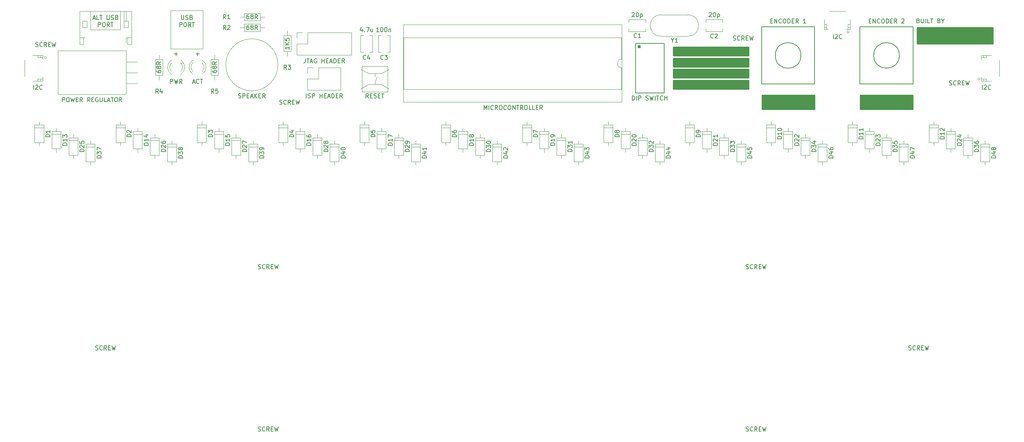
<source format=gto>
G04 #@! TF.FileFunction,Legend,Top*
%FSLAX46Y46*%
G04 Gerber Fmt 4.6, Leading zero omitted, Abs format (unit mm)*
G04 Created by KiCad (PCBNEW 4.0.7) date 09/10/18 23:45:49*
%MOMM*%
%LPD*%
G01*
G04 APERTURE LIST*
%ADD10C,0.100000*%
%ADD11C,0.150000*%
%ADD12C,0.120000*%
%ADD13C,0.254000*%
G04 APERTURE END LIST*
D10*
D11*
X96452381Y-43940476D02*
X96452381Y-44511905D01*
X96452381Y-44226191D02*
X95452381Y-44226191D01*
X95595238Y-44321429D01*
X95690476Y-44416667D01*
X95738095Y-44511905D01*
X96452381Y-43511905D02*
X95452381Y-43511905D01*
X96452381Y-42940476D02*
X95880952Y-43369048D01*
X95452381Y-42940476D02*
X96023810Y-43511905D01*
X95452381Y-42035714D02*
X95452381Y-42511905D01*
X95928571Y-42559524D01*
X95880952Y-42511905D01*
X95833333Y-42416667D01*
X95833333Y-42178571D01*
X95880952Y-42083333D01*
X95928571Y-42035714D01*
X96023810Y-41988095D01*
X96261905Y-41988095D01*
X96357143Y-42035714D01*
X96404762Y-42083333D01*
X96452381Y-42178571D01*
X96452381Y-42416667D01*
X96404762Y-42511905D01*
X96357143Y-42559524D01*
X78452381Y-49535714D02*
X78452381Y-49726191D01*
X78500000Y-49821429D01*
X78547619Y-49869048D01*
X78690476Y-49964286D01*
X78880952Y-50011905D01*
X79261905Y-50011905D01*
X79357143Y-49964286D01*
X79404762Y-49916667D01*
X79452381Y-49821429D01*
X79452381Y-49630952D01*
X79404762Y-49535714D01*
X79357143Y-49488095D01*
X79261905Y-49440476D01*
X79023810Y-49440476D01*
X78928571Y-49488095D01*
X78880952Y-49535714D01*
X78833333Y-49630952D01*
X78833333Y-49821429D01*
X78880952Y-49916667D01*
X78928571Y-49964286D01*
X79023810Y-50011905D01*
X78880952Y-48869048D02*
X78833333Y-48964286D01*
X78785714Y-49011905D01*
X78690476Y-49059524D01*
X78642857Y-49059524D01*
X78547619Y-49011905D01*
X78500000Y-48964286D01*
X78452381Y-48869048D01*
X78452381Y-48678571D01*
X78500000Y-48583333D01*
X78547619Y-48535714D01*
X78642857Y-48488095D01*
X78690476Y-48488095D01*
X78785714Y-48535714D01*
X78833333Y-48583333D01*
X78880952Y-48678571D01*
X78880952Y-48869048D01*
X78928571Y-48964286D01*
X78976190Y-49011905D01*
X79071429Y-49059524D01*
X79261905Y-49059524D01*
X79357143Y-49011905D01*
X79404762Y-48964286D01*
X79452381Y-48869048D01*
X79452381Y-48678571D01*
X79404762Y-48583333D01*
X79357143Y-48535714D01*
X79261905Y-48488095D01*
X79071429Y-48488095D01*
X78976190Y-48535714D01*
X78928571Y-48583333D01*
X78880952Y-48678571D01*
X79452381Y-47488095D02*
X78976190Y-47821429D01*
X79452381Y-48059524D02*
X78452381Y-48059524D01*
X78452381Y-47678571D01*
X78500000Y-47583333D01*
X78547619Y-47535714D01*
X78642857Y-47488095D01*
X78785714Y-47488095D01*
X78880952Y-47535714D01*
X78928571Y-47583333D01*
X78976190Y-47678571D01*
X78976190Y-48059524D01*
X65452381Y-49535714D02*
X65452381Y-49726191D01*
X65500000Y-49821429D01*
X65547619Y-49869048D01*
X65690476Y-49964286D01*
X65880952Y-50011905D01*
X66261905Y-50011905D01*
X66357143Y-49964286D01*
X66404762Y-49916667D01*
X66452381Y-49821429D01*
X66452381Y-49630952D01*
X66404762Y-49535714D01*
X66357143Y-49488095D01*
X66261905Y-49440476D01*
X66023810Y-49440476D01*
X65928571Y-49488095D01*
X65880952Y-49535714D01*
X65833333Y-49630952D01*
X65833333Y-49821429D01*
X65880952Y-49916667D01*
X65928571Y-49964286D01*
X66023810Y-50011905D01*
X65880952Y-48869048D02*
X65833333Y-48964286D01*
X65785714Y-49011905D01*
X65690476Y-49059524D01*
X65642857Y-49059524D01*
X65547619Y-49011905D01*
X65500000Y-48964286D01*
X65452381Y-48869048D01*
X65452381Y-48678571D01*
X65500000Y-48583333D01*
X65547619Y-48535714D01*
X65642857Y-48488095D01*
X65690476Y-48488095D01*
X65785714Y-48535714D01*
X65833333Y-48583333D01*
X65880952Y-48678571D01*
X65880952Y-48869048D01*
X65928571Y-48964286D01*
X65976190Y-49011905D01*
X66071429Y-49059524D01*
X66261905Y-49059524D01*
X66357143Y-49011905D01*
X66404762Y-48964286D01*
X66452381Y-48869048D01*
X66452381Y-48678571D01*
X66404762Y-48583333D01*
X66357143Y-48535714D01*
X66261905Y-48488095D01*
X66071429Y-48488095D01*
X65976190Y-48535714D01*
X65928571Y-48583333D01*
X65880952Y-48678571D01*
X66452381Y-47488095D02*
X65976190Y-47821429D01*
X66452381Y-48059524D02*
X65452381Y-48059524D01*
X65452381Y-47678571D01*
X65500000Y-47583333D01*
X65547619Y-47535714D01*
X65642857Y-47488095D01*
X65785714Y-47488095D01*
X65880952Y-47535714D01*
X65928571Y-47583333D01*
X65976190Y-47678571D01*
X65976190Y-48059524D01*
X86964286Y-38952381D02*
X86773809Y-38952381D01*
X86678571Y-39000000D01*
X86630952Y-39047619D01*
X86535714Y-39190476D01*
X86488095Y-39380952D01*
X86488095Y-39761905D01*
X86535714Y-39857143D01*
X86583333Y-39904762D01*
X86678571Y-39952381D01*
X86869048Y-39952381D01*
X86964286Y-39904762D01*
X87011905Y-39857143D01*
X87059524Y-39761905D01*
X87059524Y-39523810D01*
X87011905Y-39428571D01*
X86964286Y-39380952D01*
X86869048Y-39333333D01*
X86678571Y-39333333D01*
X86583333Y-39380952D01*
X86535714Y-39428571D01*
X86488095Y-39523810D01*
X87630952Y-39380952D02*
X87535714Y-39333333D01*
X87488095Y-39285714D01*
X87440476Y-39190476D01*
X87440476Y-39142857D01*
X87488095Y-39047619D01*
X87535714Y-39000000D01*
X87630952Y-38952381D01*
X87821429Y-38952381D01*
X87916667Y-39000000D01*
X87964286Y-39047619D01*
X88011905Y-39142857D01*
X88011905Y-39190476D01*
X87964286Y-39285714D01*
X87916667Y-39333333D01*
X87821429Y-39380952D01*
X87630952Y-39380952D01*
X87535714Y-39428571D01*
X87488095Y-39476190D01*
X87440476Y-39571429D01*
X87440476Y-39761905D01*
X87488095Y-39857143D01*
X87535714Y-39904762D01*
X87630952Y-39952381D01*
X87821429Y-39952381D01*
X87916667Y-39904762D01*
X87964286Y-39857143D01*
X88011905Y-39761905D01*
X88011905Y-39571429D01*
X87964286Y-39476190D01*
X87916667Y-39428571D01*
X87821429Y-39380952D01*
X89011905Y-39952381D02*
X88678571Y-39476190D01*
X88440476Y-39952381D02*
X88440476Y-38952381D01*
X88821429Y-38952381D01*
X88916667Y-39000000D01*
X88964286Y-39047619D01*
X89011905Y-39142857D01*
X89011905Y-39285714D01*
X88964286Y-39380952D01*
X88916667Y-39428571D01*
X88821429Y-39476190D01*
X88440476Y-39476190D01*
X86964286Y-36452381D02*
X86773809Y-36452381D01*
X86678571Y-36500000D01*
X86630952Y-36547619D01*
X86535714Y-36690476D01*
X86488095Y-36880952D01*
X86488095Y-37261905D01*
X86535714Y-37357143D01*
X86583333Y-37404762D01*
X86678571Y-37452381D01*
X86869048Y-37452381D01*
X86964286Y-37404762D01*
X87011905Y-37357143D01*
X87059524Y-37261905D01*
X87059524Y-37023810D01*
X87011905Y-36928571D01*
X86964286Y-36880952D01*
X86869048Y-36833333D01*
X86678571Y-36833333D01*
X86583333Y-36880952D01*
X86535714Y-36928571D01*
X86488095Y-37023810D01*
X87630952Y-36880952D02*
X87535714Y-36833333D01*
X87488095Y-36785714D01*
X87440476Y-36690476D01*
X87440476Y-36642857D01*
X87488095Y-36547619D01*
X87535714Y-36500000D01*
X87630952Y-36452381D01*
X87821429Y-36452381D01*
X87916667Y-36500000D01*
X87964286Y-36547619D01*
X88011905Y-36642857D01*
X88011905Y-36690476D01*
X87964286Y-36785714D01*
X87916667Y-36833333D01*
X87821429Y-36880952D01*
X87630952Y-36880952D01*
X87535714Y-36928571D01*
X87488095Y-36976190D01*
X87440476Y-37071429D01*
X87440476Y-37261905D01*
X87488095Y-37357143D01*
X87535714Y-37404762D01*
X87630952Y-37452381D01*
X87821429Y-37452381D01*
X87916667Y-37404762D01*
X87964286Y-37357143D01*
X88011905Y-37261905D01*
X88011905Y-37071429D01*
X87964286Y-36976190D01*
X87916667Y-36928571D01*
X87821429Y-36880952D01*
X89011905Y-37452381D02*
X88678571Y-36976190D01*
X88440476Y-37452381D02*
X88440476Y-36452381D01*
X88821429Y-36452381D01*
X88916667Y-36500000D01*
X88964286Y-36547619D01*
X89011905Y-36642857D01*
X89011905Y-36785714D01*
X88964286Y-36880952D01*
X88916667Y-36928571D01*
X88821429Y-36976190D01*
X88440476Y-36976190D01*
X194535714Y-36047619D02*
X194583333Y-36000000D01*
X194678571Y-35952381D01*
X194916667Y-35952381D01*
X195011905Y-36000000D01*
X195059524Y-36047619D01*
X195107143Y-36142857D01*
X195107143Y-36238095D01*
X195059524Y-36380952D01*
X194488095Y-36952381D01*
X195107143Y-36952381D01*
X195726190Y-35952381D02*
X195821429Y-35952381D01*
X195916667Y-36000000D01*
X195964286Y-36047619D01*
X196011905Y-36142857D01*
X196059524Y-36333333D01*
X196059524Y-36571429D01*
X196011905Y-36761905D01*
X195964286Y-36857143D01*
X195916667Y-36904762D01*
X195821429Y-36952381D01*
X195726190Y-36952381D01*
X195630952Y-36904762D01*
X195583333Y-36857143D01*
X195535714Y-36761905D01*
X195488095Y-36571429D01*
X195488095Y-36333333D01*
X195535714Y-36142857D01*
X195583333Y-36047619D01*
X195630952Y-36000000D01*
X195726190Y-35952381D01*
X196488095Y-36285714D02*
X196488095Y-37285714D01*
X196488095Y-36333333D02*
X196583333Y-36285714D01*
X196773810Y-36285714D01*
X196869048Y-36333333D01*
X196916667Y-36380952D01*
X196964286Y-36476190D01*
X196964286Y-36761905D01*
X196916667Y-36857143D01*
X196869048Y-36904762D01*
X196773810Y-36952381D01*
X196583333Y-36952381D01*
X196488095Y-36904762D01*
X176535714Y-36047619D02*
X176583333Y-36000000D01*
X176678571Y-35952381D01*
X176916667Y-35952381D01*
X177011905Y-36000000D01*
X177059524Y-36047619D01*
X177107143Y-36142857D01*
X177107143Y-36238095D01*
X177059524Y-36380952D01*
X176488095Y-36952381D01*
X177107143Y-36952381D01*
X177726190Y-35952381D02*
X177821429Y-35952381D01*
X177916667Y-36000000D01*
X177964286Y-36047619D01*
X178011905Y-36142857D01*
X178059524Y-36333333D01*
X178059524Y-36571429D01*
X178011905Y-36761905D01*
X177964286Y-36857143D01*
X177916667Y-36904762D01*
X177821429Y-36952381D01*
X177726190Y-36952381D01*
X177630952Y-36904762D01*
X177583333Y-36857143D01*
X177535714Y-36761905D01*
X177488095Y-36571429D01*
X177488095Y-36333333D01*
X177535714Y-36142857D01*
X177583333Y-36047619D01*
X177630952Y-36000000D01*
X177726190Y-35952381D01*
X178488095Y-36285714D02*
X178488095Y-37285714D01*
X178488095Y-36333333D02*
X178583333Y-36285714D01*
X178773810Y-36285714D01*
X178869048Y-36333333D01*
X178916667Y-36380952D01*
X178964286Y-36476190D01*
X178964286Y-36761905D01*
X178916667Y-36857143D01*
X178869048Y-36904762D01*
X178773810Y-36952381D01*
X178583333Y-36952381D01*
X178488095Y-36904762D01*
X113523810Y-39785714D02*
X113523810Y-40452381D01*
X113285714Y-39404762D02*
X113047619Y-40119048D01*
X113666667Y-40119048D01*
X114047619Y-40357143D02*
X114095238Y-40404762D01*
X114047619Y-40452381D01*
X114000000Y-40404762D01*
X114047619Y-40357143D01*
X114047619Y-40452381D01*
X114428571Y-39452381D02*
X115095238Y-39452381D01*
X114666666Y-40452381D01*
X115904762Y-39785714D02*
X115904762Y-40452381D01*
X115476190Y-39785714D02*
X115476190Y-40309524D01*
X115523809Y-40404762D01*
X115619047Y-40452381D01*
X115761905Y-40452381D01*
X115857143Y-40404762D01*
X115904762Y-40357143D01*
X117380953Y-40452381D02*
X116809524Y-40452381D01*
X117095238Y-40452381D02*
X117095238Y-39452381D01*
X117000000Y-39595238D01*
X116904762Y-39690476D01*
X116809524Y-39738095D01*
X118000000Y-39452381D02*
X118095239Y-39452381D01*
X118190477Y-39500000D01*
X118238096Y-39547619D01*
X118285715Y-39642857D01*
X118333334Y-39833333D01*
X118333334Y-40071429D01*
X118285715Y-40261905D01*
X118238096Y-40357143D01*
X118190477Y-40404762D01*
X118095239Y-40452381D01*
X118000000Y-40452381D01*
X117904762Y-40404762D01*
X117857143Y-40357143D01*
X117809524Y-40261905D01*
X117761905Y-40071429D01*
X117761905Y-39833333D01*
X117809524Y-39642857D01*
X117857143Y-39547619D01*
X117904762Y-39500000D01*
X118000000Y-39452381D01*
X118952381Y-39452381D02*
X119047620Y-39452381D01*
X119142858Y-39500000D01*
X119190477Y-39547619D01*
X119238096Y-39642857D01*
X119285715Y-39833333D01*
X119285715Y-40071429D01*
X119238096Y-40261905D01*
X119190477Y-40357143D01*
X119142858Y-40404762D01*
X119047620Y-40452381D01*
X118952381Y-40452381D01*
X118857143Y-40404762D01*
X118809524Y-40357143D01*
X118761905Y-40261905D01*
X118714286Y-40071429D01*
X118714286Y-39833333D01*
X118761905Y-39642857D01*
X118809524Y-39547619D01*
X118857143Y-39500000D01*
X118952381Y-39452381D01*
X119714286Y-39785714D02*
X119714286Y-40452381D01*
X119714286Y-39880952D02*
X119761905Y-39833333D01*
X119857143Y-39785714D01*
X120000001Y-39785714D01*
X120095239Y-39833333D01*
X120142858Y-39928571D01*
X120142858Y-40452381D01*
X50595238Y-37341667D02*
X51071429Y-37341667D01*
X50500000Y-37627381D02*
X50833333Y-36627381D01*
X51166667Y-37627381D01*
X51976191Y-37627381D02*
X51500000Y-37627381D01*
X51500000Y-36627381D01*
X52166667Y-36627381D02*
X52738096Y-36627381D01*
X52452381Y-37627381D02*
X52452381Y-36627381D01*
X53833334Y-36627381D02*
X53833334Y-37436905D01*
X53880953Y-37532143D01*
X53928572Y-37579762D01*
X54023810Y-37627381D01*
X54214287Y-37627381D01*
X54309525Y-37579762D01*
X54357144Y-37532143D01*
X54404763Y-37436905D01*
X54404763Y-36627381D01*
X54833334Y-37579762D02*
X54976191Y-37627381D01*
X55214287Y-37627381D01*
X55309525Y-37579762D01*
X55357144Y-37532143D01*
X55404763Y-37436905D01*
X55404763Y-37341667D01*
X55357144Y-37246429D01*
X55309525Y-37198810D01*
X55214287Y-37151190D01*
X55023810Y-37103571D01*
X54928572Y-37055952D01*
X54880953Y-37008333D01*
X54833334Y-36913095D01*
X54833334Y-36817857D01*
X54880953Y-36722619D01*
X54928572Y-36675000D01*
X55023810Y-36627381D01*
X55261906Y-36627381D01*
X55404763Y-36675000D01*
X56166668Y-37103571D02*
X56309525Y-37151190D01*
X56357144Y-37198810D01*
X56404763Y-37294048D01*
X56404763Y-37436905D01*
X56357144Y-37532143D01*
X56309525Y-37579762D01*
X56214287Y-37627381D01*
X55833334Y-37627381D01*
X55833334Y-36627381D01*
X56166668Y-36627381D01*
X56261906Y-36675000D01*
X56309525Y-36722619D01*
X56357144Y-36817857D01*
X56357144Y-36913095D01*
X56309525Y-37008333D01*
X56261906Y-37055952D01*
X56166668Y-37103571D01*
X55833334Y-37103571D01*
X51833333Y-39277381D02*
X51833333Y-38277381D01*
X52214286Y-38277381D01*
X52309524Y-38325000D01*
X52357143Y-38372619D01*
X52404762Y-38467857D01*
X52404762Y-38610714D01*
X52357143Y-38705952D01*
X52309524Y-38753571D01*
X52214286Y-38801190D01*
X51833333Y-38801190D01*
X53023809Y-38277381D02*
X53214286Y-38277381D01*
X53309524Y-38325000D01*
X53404762Y-38420238D01*
X53452381Y-38610714D01*
X53452381Y-38944048D01*
X53404762Y-39134524D01*
X53309524Y-39229762D01*
X53214286Y-39277381D01*
X53023809Y-39277381D01*
X52928571Y-39229762D01*
X52833333Y-39134524D01*
X52785714Y-38944048D01*
X52785714Y-38610714D01*
X52833333Y-38420238D01*
X52928571Y-38325000D01*
X53023809Y-38277381D01*
X54452381Y-39277381D02*
X54119047Y-38801190D01*
X53880952Y-39277381D02*
X53880952Y-38277381D01*
X54261905Y-38277381D01*
X54357143Y-38325000D01*
X54404762Y-38372619D01*
X54452381Y-38467857D01*
X54452381Y-38610714D01*
X54404762Y-38705952D01*
X54357143Y-38753571D01*
X54261905Y-38801190D01*
X53880952Y-38801190D01*
X54738095Y-38277381D02*
X55309524Y-38277381D01*
X55023809Y-39277381D02*
X55023809Y-38277381D01*
X71238095Y-36627381D02*
X71238095Y-37436905D01*
X71285714Y-37532143D01*
X71333333Y-37579762D01*
X71428571Y-37627381D01*
X71619048Y-37627381D01*
X71714286Y-37579762D01*
X71761905Y-37532143D01*
X71809524Y-37436905D01*
X71809524Y-36627381D01*
X72238095Y-37579762D02*
X72380952Y-37627381D01*
X72619048Y-37627381D01*
X72714286Y-37579762D01*
X72761905Y-37532143D01*
X72809524Y-37436905D01*
X72809524Y-37341667D01*
X72761905Y-37246429D01*
X72714286Y-37198810D01*
X72619048Y-37151190D01*
X72428571Y-37103571D01*
X72333333Y-37055952D01*
X72285714Y-37008333D01*
X72238095Y-36913095D01*
X72238095Y-36817857D01*
X72285714Y-36722619D01*
X72333333Y-36675000D01*
X72428571Y-36627381D01*
X72666667Y-36627381D01*
X72809524Y-36675000D01*
X73571429Y-37103571D02*
X73714286Y-37151190D01*
X73761905Y-37198810D01*
X73809524Y-37294048D01*
X73809524Y-37436905D01*
X73761905Y-37532143D01*
X73714286Y-37579762D01*
X73619048Y-37627381D01*
X73238095Y-37627381D01*
X73238095Y-36627381D01*
X73571429Y-36627381D01*
X73666667Y-36675000D01*
X73714286Y-36722619D01*
X73761905Y-36817857D01*
X73761905Y-36913095D01*
X73714286Y-37008333D01*
X73666667Y-37055952D01*
X73571429Y-37103571D01*
X73238095Y-37103571D01*
X70833333Y-39277381D02*
X70833333Y-38277381D01*
X71214286Y-38277381D01*
X71309524Y-38325000D01*
X71357143Y-38372619D01*
X71404762Y-38467857D01*
X71404762Y-38610714D01*
X71357143Y-38705952D01*
X71309524Y-38753571D01*
X71214286Y-38801190D01*
X70833333Y-38801190D01*
X72023809Y-38277381D02*
X72214286Y-38277381D01*
X72309524Y-38325000D01*
X72404762Y-38420238D01*
X72452381Y-38610714D01*
X72452381Y-38944048D01*
X72404762Y-39134524D01*
X72309524Y-39229762D01*
X72214286Y-39277381D01*
X72023809Y-39277381D01*
X71928571Y-39229762D01*
X71833333Y-39134524D01*
X71785714Y-38944048D01*
X71785714Y-38610714D01*
X71833333Y-38420238D01*
X71928571Y-38325000D01*
X72023809Y-38277381D01*
X73452381Y-39277381D02*
X73119047Y-38801190D01*
X72880952Y-39277381D02*
X72880952Y-38277381D01*
X73261905Y-38277381D01*
X73357143Y-38325000D01*
X73404762Y-38372619D01*
X73452381Y-38467857D01*
X73452381Y-38610714D01*
X73404762Y-38705952D01*
X73357143Y-38753571D01*
X73261905Y-38801190D01*
X72880952Y-38801190D01*
X73738095Y-38277381D02*
X74309524Y-38277381D01*
X74023809Y-39277381D02*
X74023809Y-38277381D01*
X94190476Y-57404762D02*
X94333333Y-57452381D01*
X94571429Y-57452381D01*
X94666667Y-57404762D01*
X94714286Y-57357143D01*
X94761905Y-57261905D01*
X94761905Y-57166667D01*
X94714286Y-57071429D01*
X94666667Y-57023810D01*
X94571429Y-56976190D01*
X94380952Y-56928571D01*
X94285714Y-56880952D01*
X94238095Y-56833333D01*
X94190476Y-56738095D01*
X94190476Y-56642857D01*
X94238095Y-56547619D01*
X94285714Y-56500000D01*
X94380952Y-56452381D01*
X94619048Y-56452381D01*
X94761905Y-56500000D01*
X95761905Y-57357143D02*
X95714286Y-57404762D01*
X95571429Y-57452381D01*
X95476191Y-57452381D01*
X95333333Y-57404762D01*
X95238095Y-57309524D01*
X95190476Y-57214286D01*
X95142857Y-57023810D01*
X95142857Y-56880952D01*
X95190476Y-56690476D01*
X95238095Y-56595238D01*
X95333333Y-56500000D01*
X95476191Y-56452381D01*
X95571429Y-56452381D01*
X95714286Y-56500000D01*
X95761905Y-56547619D01*
X96761905Y-57452381D02*
X96428571Y-56976190D01*
X96190476Y-57452381D02*
X96190476Y-56452381D01*
X96571429Y-56452381D01*
X96666667Y-56500000D01*
X96714286Y-56547619D01*
X96761905Y-56642857D01*
X96761905Y-56785714D01*
X96714286Y-56880952D01*
X96666667Y-56928571D01*
X96571429Y-56976190D01*
X96190476Y-56976190D01*
X97190476Y-56928571D02*
X97523810Y-56928571D01*
X97666667Y-57452381D02*
X97190476Y-57452381D01*
X97190476Y-56452381D01*
X97666667Y-56452381D01*
X98000000Y-56452381D02*
X98238095Y-57452381D01*
X98428572Y-56738095D01*
X98619048Y-57452381D01*
X98857143Y-56452381D01*
X241190476Y-114904762D02*
X241333333Y-114952381D01*
X241571429Y-114952381D01*
X241666667Y-114904762D01*
X241714286Y-114857143D01*
X241761905Y-114761905D01*
X241761905Y-114666667D01*
X241714286Y-114571429D01*
X241666667Y-114523810D01*
X241571429Y-114476190D01*
X241380952Y-114428571D01*
X241285714Y-114380952D01*
X241238095Y-114333333D01*
X241190476Y-114238095D01*
X241190476Y-114142857D01*
X241238095Y-114047619D01*
X241285714Y-114000000D01*
X241380952Y-113952381D01*
X241619048Y-113952381D01*
X241761905Y-114000000D01*
X242761905Y-114857143D02*
X242714286Y-114904762D01*
X242571429Y-114952381D01*
X242476191Y-114952381D01*
X242333333Y-114904762D01*
X242238095Y-114809524D01*
X242190476Y-114714286D01*
X242142857Y-114523810D01*
X242142857Y-114380952D01*
X242190476Y-114190476D01*
X242238095Y-114095238D01*
X242333333Y-114000000D01*
X242476191Y-113952381D01*
X242571429Y-113952381D01*
X242714286Y-114000000D01*
X242761905Y-114047619D01*
X243761905Y-114952381D02*
X243428571Y-114476190D01*
X243190476Y-114952381D02*
X243190476Y-113952381D01*
X243571429Y-113952381D01*
X243666667Y-114000000D01*
X243714286Y-114047619D01*
X243761905Y-114142857D01*
X243761905Y-114285714D01*
X243714286Y-114380952D01*
X243666667Y-114428571D01*
X243571429Y-114476190D01*
X243190476Y-114476190D01*
X244190476Y-114428571D02*
X244523810Y-114428571D01*
X244666667Y-114952381D02*
X244190476Y-114952381D01*
X244190476Y-113952381D01*
X244666667Y-113952381D01*
X245000000Y-113952381D02*
X245238095Y-114952381D01*
X245428572Y-114238095D01*
X245619048Y-114952381D01*
X245857143Y-113952381D01*
X203190476Y-133904762D02*
X203333333Y-133952381D01*
X203571429Y-133952381D01*
X203666667Y-133904762D01*
X203714286Y-133857143D01*
X203761905Y-133761905D01*
X203761905Y-133666667D01*
X203714286Y-133571429D01*
X203666667Y-133523810D01*
X203571429Y-133476190D01*
X203380952Y-133428571D01*
X203285714Y-133380952D01*
X203238095Y-133333333D01*
X203190476Y-133238095D01*
X203190476Y-133142857D01*
X203238095Y-133047619D01*
X203285714Y-133000000D01*
X203380952Y-132952381D01*
X203619048Y-132952381D01*
X203761905Y-133000000D01*
X204761905Y-133857143D02*
X204714286Y-133904762D01*
X204571429Y-133952381D01*
X204476191Y-133952381D01*
X204333333Y-133904762D01*
X204238095Y-133809524D01*
X204190476Y-133714286D01*
X204142857Y-133523810D01*
X204142857Y-133380952D01*
X204190476Y-133190476D01*
X204238095Y-133095238D01*
X204333333Y-133000000D01*
X204476191Y-132952381D01*
X204571429Y-132952381D01*
X204714286Y-133000000D01*
X204761905Y-133047619D01*
X205761905Y-133952381D02*
X205428571Y-133476190D01*
X205190476Y-133952381D02*
X205190476Y-132952381D01*
X205571429Y-132952381D01*
X205666667Y-133000000D01*
X205714286Y-133047619D01*
X205761905Y-133142857D01*
X205761905Y-133285714D01*
X205714286Y-133380952D01*
X205666667Y-133428571D01*
X205571429Y-133476190D01*
X205190476Y-133476190D01*
X206190476Y-133428571D02*
X206523810Y-133428571D01*
X206666667Y-133952381D02*
X206190476Y-133952381D01*
X206190476Y-132952381D01*
X206666667Y-132952381D01*
X207000000Y-132952381D02*
X207238095Y-133952381D01*
X207428572Y-133238095D01*
X207619048Y-133952381D01*
X207857143Y-132952381D01*
X203190476Y-95904762D02*
X203333333Y-95952381D01*
X203571429Y-95952381D01*
X203666667Y-95904762D01*
X203714286Y-95857143D01*
X203761905Y-95761905D01*
X203761905Y-95666667D01*
X203714286Y-95571429D01*
X203666667Y-95523810D01*
X203571429Y-95476190D01*
X203380952Y-95428571D01*
X203285714Y-95380952D01*
X203238095Y-95333333D01*
X203190476Y-95238095D01*
X203190476Y-95142857D01*
X203238095Y-95047619D01*
X203285714Y-95000000D01*
X203380952Y-94952381D01*
X203619048Y-94952381D01*
X203761905Y-95000000D01*
X204761905Y-95857143D02*
X204714286Y-95904762D01*
X204571429Y-95952381D01*
X204476191Y-95952381D01*
X204333333Y-95904762D01*
X204238095Y-95809524D01*
X204190476Y-95714286D01*
X204142857Y-95523810D01*
X204142857Y-95380952D01*
X204190476Y-95190476D01*
X204238095Y-95095238D01*
X204333333Y-95000000D01*
X204476191Y-94952381D01*
X204571429Y-94952381D01*
X204714286Y-95000000D01*
X204761905Y-95047619D01*
X205761905Y-95952381D02*
X205428571Y-95476190D01*
X205190476Y-95952381D02*
X205190476Y-94952381D01*
X205571429Y-94952381D01*
X205666667Y-95000000D01*
X205714286Y-95047619D01*
X205761905Y-95142857D01*
X205761905Y-95285714D01*
X205714286Y-95380952D01*
X205666667Y-95428571D01*
X205571429Y-95476190D01*
X205190476Y-95476190D01*
X206190476Y-95428571D02*
X206523810Y-95428571D01*
X206666667Y-95952381D02*
X206190476Y-95952381D01*
X206190476Y-94952381D01*
X206666667Y-94952381D01*
X207000000Y-94952381D02*
X207238095Y-95952381D01*
X207428572Y-95238095D01*
X207619048Y-95952381D01*
X207857143Y-94952381D01*
X89190476Y-95904762D02*
X89333333Y-95952381D01*
X89571429Y-95952381D01*
X89666667Y-95904762D01*
X89714286Y-95857143D01*
X89761905Y-95761905D01*
X89761905Y-95666667D01*
X89714286Y-95571429D01*
X89666667Y-95523810D01*
X89571429Y-95476190D01*
X89380952Y-95428571D01*
X89285714Y-95380952D01*
X89238095Y-95333333D01*
X89190476Y-95238095D01*
X89190476Y-95142857D01*
X89238095Y-95047619D01*
X89285714Y-95000000D01*
X89380952Y-94952381D01*
X89619048Y-94952381D01*
X89761905Y-95000000D01*
X90761905Y-95857143D02*
X90714286Y-95904762D01*
X90571429Y-95952381D01*
X90476191Y-95952381D01*
X90333333Y-95904762D01*
X90238095Y-95809524D01*
X90190476Y-95714286D01*
X90142857Y-95523810D01*
X90142857Y-95380952D01*
X90190476Y-95190476D01*
X90238095Y-95095238D01*
X90333333Y-95000000D01*
X90476191Y-94952381D01*
X90571429Y-94952381D01*
X90714286Y-95000000D01*
X90761905Y-95047619D01*
X91761905Y-95952381D02*
X91428571Y-95476190D01*
X91190476Y-95952381D02*
X91190476Y-94952381D01*
X91571429Y-94952381D01*
X91666667Y-95000000D01*
X91714286Y-95047619D01*
X91761905Y-95142857D01*
X91761905Y-95285714D01*
X91714286Y-95380952D01*
X91666667Y-95428571D01*
X91571429Y-95476190D01*
X91190476Y-95476190D01*
X92190476Y-95428571D02*
X92523810Y-95428571D01*
X92666667Y-95952381D02*
X92190476Y-95952381D01*
X92190476Y-94952381D01*
X92666667Y-94952381D01*
X93000000Y-94952381D02*
X93238095Y-95952381D01*
X93428572Y-95238095D01*
X93619048Y-95952381D01*
X93857143Y-94952381D01*
X89190476Y-133904762D02*
X89333333Y-133952381D01*
X89571429Y-133952381D01*
X89666667Y-133904762D01*
X89714286Y-133857143D01*
X89761905Y-133761905D01*
X89761905Y-133666667D01*
X89714286Y-133571429D01*
X89666667Y-133523810D01*
X89571429Y-133476190D01*
X89380952Y-133428571D01*
X89285714Y-133380952D01*
X89238095Y-133333333D01*
X89190476Y-133238095D01*
X89190476Y-133142857D01*
X89238095Y-133047619D01*
X89285714Y-133000000D01*
X89380952Y-132952381D01*
X89619048Y-132952381D01*
X89761905Y-133000000D01*
X90761905Y-133857143D02*
X90714286Y-133904762D01*
X90571429Y-133952381D01*
X90476191Y-133952381D01*
X90333333Y-133904762D01*
X90238095Y-133809524D01*
X90190476Y-133714286D01*
X90142857Y-133523810D01*
X90142857Y-133380952D01*
X90190476Y-133190476D01*
X90238095Y-133095238D01*
X90333333Y-133000000D01*
X90476191Y-132952381D01*
X90571429Y-132952381D01*
X90714286Y-133000000D01*
X90761905Y-133047619D01*
X91761905Y-133952381D02*
X91428571Y-133476190D01*
X91190476Y-133952381D02*
X91190476Y-132952381D01*
X91571429Y-132952381D01*
X91666667Y-133000000D01*
X91714286Y-133047619D01*
X91761905Y-133142857D01*
X91761905Y-133285714D01*
X91714286Y-133380952D01*
X91666667Y-133428571D01*
X91571429Y-133476190D01*
X91190476Y-133476190D01*
X92190476Y-133428571D02*
X92523810Y-133428571D01*
X92666667Y-133952381D02*
X92190476Y-133952381D01*
X92190476Y-132952381D01*
X92666667Y-132952381D01*
X93000000Y-132952381D02*
X93238095Y-133952381D01*
X93428572Y-133238095D01*
X93619048Y-133952381D01*
X93857143Y-132952381D01*
X51190476Y-114904762D02*
X51333333Y-114952381D01*
X51571429Y-114952381D01*
X51666667Y-114904762D01*
X51714286Y-114857143D01*
X51761905Y-114761905D01*
X51761905Y-114666667D01*
X51714286Y-114571429D01*
X51666667Y-114523810D01*
X51571429Y-114476190D01*
X51380952Y-114428571D01*
X51285714Y-114380952D01*
X51238095Y-114333333D01*
X51190476Y-114238095D01*
X51190476Y-114142857D01*
X51238095Y-114047619D01*
X51285714Y-114000000D01*
X51380952Y-113952381D01*
X51619048Y-113952381D01*
X51761905Y-114000000D01*
X52761905Y-114857143D02*
X52714286Y-114904762D01*
X52571429Y-114952381D01*
X52476191Y-114952381D01*
X52333333Y-114904762D01*
X52238095Y-114809524D01*
X52190476Y-114714286D01*
X52142857Y-114523810D01*
X52142857Y-114380952D01*
X52190476Y-114190476D01*
X52238095Y-114095238D01*
X52333333Y-114000000D01*
X52476191Y-113952381D01*
X52571429Y-113952381D01*
X52714286Y-114000000D01*
X52761905Y-114047619D01*
X53761905Y-114952381D02*
X53428571Y-114476190D01*
X53190476Y-114952381D02*
X53190476Y-113952381D01*
X53571429Y-113952381D01*
X53666667Y-114000000D01*
X53714286Y-114047619D01*
X53761905Y-114142857D01*
X53761905Y-114285714D01*
X53714286Y-114380952D01*
X53666667Y-114428571D01*
X53571429Y-114476190D01*
X53190476Y-114476190D01*
X54190476Y-114428571D02*
X54523810Y-114428571D01*
X54666667Y-114952381D02*
X54190476Y-114952381D01*
X54190476Y-113952381D01*
X54666667Y-113952381D01*
X55000000Y-113952381D02*
X55238095Y-114952381D01*
X55428572Y-114238095D01*
X55619048Y-114952381D01*
X55857143Y-113952381D01*
X37190476Y-43904762D02*
X37333333Y-43952381D01*
X37571429Y-43952381D01*
X37666667Y-43904762D01*
X37714286Y-43857143D01*
X37761905Y-43761905D01*
X37761905Y-43666667D01*
X37714286Y-43571429D01*
X37666667Y-43523810D01*
X37571429Y-43476190D01*
X37380952Y-43428571D01*
X37285714Y-43380952D01*
X37238095Y-43333333D01*
X37190476Y-43238095D01*
X37190476Y-43142857D01*
X37238095Y-43047619D01*
X37285714Y-43000000D01*
X37380952Y-42952381D01*
X37619048Y-42952381D01*
X37761905Y-43000000D01*
X38761905Y-43857143D02*
X38714286Y-43904762D01*
X38571429Y-43952381D01*
X38476191Y-43952381D01*
X38333333Y-43904762D01*
X38238095Y-43809524D01*
X38190476Y-43714286D01*
X38142857Y-43523810D01*
X38142857Y-43380952D01*
X38190476Y-43190476D01*
X38238095Y-43095238D01*
X38333333Y-43000000D01*
X38476191Y-42952381D01*
X38571429Y-42952381D01*
X38714286Y-43000000D01*
X38761905Y-43047619D01*
X39761905Y-43952381D02*
X39428571Y-43476190D01*
X39190476Y-43952381D02*
X39190476Y-42952381D01*
X39571429Y-42952381D01*
X39666667Y-43000000D01*
X39714286Y-43047619D01*
X39761905Y-43142857D01*
X39761905Y-43285714D01*
X39714286Y-43380952D01*
X39666667Y-43428571D01*
X39571429Y-43476190D01*
X39190476Y-43476190D01*
X40190476Y-43428571D02*
X40523810Y-43428571D01*
X40666667Y-43952381D02*
X40190476Y-43952381D01*
X40190476Y-42952381D01*
X40666667Y-42952381D01*
X41000000Y-42952381D02*
X41238095Y-43952381D01*
X41428572Y-43238095D01*
X41619048Y-43952381D01*
X41857143Y-42952381D01*
X200190476Y-42404762D02*
X200333333Y-42452381D01*
X200571429Y-42452381D01*
X200666667Y-42404762D01*
X200714286Y-42357143D01*
X200761905Y-42261905D01*
X200761905Y-42166667D01*
X200714286Y-42071429D01*
X200666667Y-42023810D01*
X200571429Y-41976190D01*
X200380952Y-41928571D01*
X200285714Y-41880952D01*
X200238095Y-41833333D01*
X200190476Y-41738095D01*
X200190476Y-41642857D01*
X200238095Y-41547619D01*
X200285714Y-41500000D01*
X200380952Y-41452381D01*
X200619048Y-41452381D01*
X200761905Y-41500000D01*
X201761905Y-42357143D02*
X201714286Y-42404762D01*
X201571429Y-42452381D01*
X201476191Y-42452381D01*
X201333333Y-42404762D01*
X201238095Y-42309524D01*
X201190476Y-42214286D01*
X201142857Y-42023810D01*
X201142857Y-41880952D01*
X201190476Y-41690476D01*
X201238095Y-41595238D01*
X201333333Y-41500000D01*
X201476191Y-41452381D01*
X201571429Y-41452381D01*
X201714286Y-41500000D01*
X201761905Y-41547619D01*
X202761905Y-42452381D02*
X202428571Y-41976190D01*
X202190476Y-42452381D02*
X202190476Y-41452381D01*
X202571429Y-41452381D01*
X202666667Y-41500000D01*
X202714286Y-41547619D01*
X202761905Y-41642857D01*
X202761905Y-41785714D01*
X202714286Y-41880952D01*
X202666667Y-41928571D01*
X202571429Y-41976190D01*
X202190476Y-41976190D01*
X203190476Y-41928571D02*
X203523810Y-41928571D01*
X203666667Y-42452381D02*
X203190476Y-42452381D01*
X203190476Y-41452381D01*
X203666667Y-41452381D01*
X204000000Y-41452381D02*
X204238095Y-42452381D01*
X204428572Y-41738095D01*
X204619048Y-42452381D01*
X204857143Y-41452381D01*
X250690476Y-52904762D02*
X250833333Y-52952381D01*
X251071429Y-52952381D01*
X251166667Y-52904762D01*
X251214286Y-52857143D01*
X251261905Y-52761905D01*
X251261905Y-52666667D01*
X251214286Y-52571429D01*
X251166667Y-52523810D01*
X251071429Y-52476190D01*
X250880952Y-52428571D01*
X250785714Y-52380952D01*
X250738095Y-52333333D01*
X250690476Y-52238095D01*
X250690476Y-52142857D01*
X250738095Y-52047619D01*
X250785714Y-52000000D01*
X250880952Y-51952381D01*
X251119048Y-51952381D01*
X251261905Y-52000000D01*
X252261905Y-52857143D02*
X252214286Y-52904762D01*
X252071429Y-52952381D01*
X251976191Y-52952381D01*
X251833333Y-52904762D01*
X251738095Y-52809524D01*
X251690476Y-52714286D01*
X251642857Y-52523810D01*
X251642857Y-52380952D01*
X251690476Y-52190476D01*
X251738095Y-52095238D01*
X251833333Y-52000000D01*
X251976191Y-51952381D01*
X252071429Y-51952381D01*
X252214286Y-52000000D01*
X252261905Y-52047619D01*
X253261905Y-52952381D02*
X252928571Y-52476190D01*
X252690476Y-52952381D02*
X252690476Y-51952381D01*
X253071429Y-51952381D01*
X253166667Y-52000000D01*
X253214286Y-52047619D01*
X253261905Y-52142857D01*
X253261905Y-52285714D01*
X253214286Y-52380952D01*
X253166667Y-52428571D01*
X253071429Y-52476190D01*
X252690476Y-52476190D01*
X253690476Y-52428571D02*
X254023810Y-52428571D01*
X254166667Y-52952381D02*
X253690476Y-52952381D01*
X253690476Y-51952381D01*
X254166667Y-51952381D01*
X254500000Y-51952381D02*
X254738095Y-52952381D01*
X254928572Y-52238095D01*
X255119048Y-52952381D01*
X255357143Y-51952381D01*
X243421429Y-37878571D02*
X243564286Y-37926190D01*
X243611905Y-37973810D01*
X243659524Y-38069048D01*
X243659524Y-38211905D01*
X243611905Y-38307143D01*
X243564286Y-38354762D01*
X243469048Y-38402381D01*
X243088095Y-38402381D01*
X243088095Y-37402381D01*
X243421429Y-37402381D01*
X243516667Y-37450000D01*
X243564286Y-37497619D01*
X243611905Y-37592857D01*
X243611905Y-37688095D01*
X243564286Y-37783333D01*
X243516667Y-37830952D01*
X243421429Y-37878571D01*
X243088095Y-37878571D01*
X244088095Y-37402381D02*
X244088095Y-38211905D01*
X244135714Y-38307143D01*
X244183333Y-38354762D01*
X244278571Y-38402381D01*
X244469048Y-38402381D01*
X244564286Y-38354762D01*
X244611905Y-38307143D01*
X244659524Y-38211905D01*
X244659524Y-37402381D01*
X245135714Y-38402381D02*
X245135714Y-37402381D01*
X246088095Y-38402381D02*
X245611904Y-38402381D01*
X245611904Y-37402381D01*
X246278571Y-37402381D02*
X246850000Y-37402381D01*
X246564285Y-38402381D02*
X246564285Y-37402381D01*
X248278572Y-37878571D02*
X248421429Y-37926190D01*
X248469048Y-37973810D01*
X248516667Y-38069048D01*
X248516667Y-38211905D01*
X248469048Y-38307143D01*
X248421429Y-38354762D01*
X248326191Y-38402381D01*
X247945238Y-38402381D01*
X247945238Y-37402381D01*
X248278572Y-37402381D01*
X248373810Y-37450000D01*
X248421429Y-37497619D01*
X248469048Y-37592857D01*
X248469048Y-37688095D01*
X248421429Y-37783333D01*
X248373810Y-37830952D01*
X248278572Y-37878571D01*
X247945238Y-37878571D01*
X249135714Y-37926190D02*
X249135714Y-38402381D01*
X248802381Y-37402381D02*
X249135714Y-37926190D01*
X249469048Y-37402381D01*
X258373810Y-53952381D02*
X258373810Y-52952381D01*
X258802381Y-53047619D02*
X258850000Y-53000000D01*
X258945238Y-52952381D01*
X259183334Y-52952381D01*
X259278572Y-53000000D01*
X259326191Y-53047619D01*
X259373810Y-53142857D01*
X259373810Y-53238095D01*
X259326191Y-53380952D01*
X258754762Y-53952381D01*
X259373810Y-53952381D01*
X260373810Y-53857143D02*
X260326191Y-53904762D01*
X260183334Y-53952381D01*
X260088096Y-53952381D01*
X259945238Y-53904762D01*
X259850000Y-53809524D01*
X259802381Y-53714286D01*
X259754762Y-53523810D01*
X259754762Y-53380952D01*
X259802381Y-53190476D01*
X259850000Y-53095238D01*
X259945238Y-53000000D01*
X260088096Y-52952381D01*
X260183334Y-52952381D01*
X260326191Y-53000000D01*
X260373810Y-53047619D01*
X223573810Y-42102381D02*
X223573810Y-41102381D01*
X224002381Y-41197619D02*
X224050000Y-41150000D01*
X224145238Y-41102381D01*
X224383334Y-41102381D01*
X224478572Y-41150000D01*
X224526191Y-41197619D01*
X224573810Y-41292857D01*
X224573810Y-41388095D01*
X224526191Y-41530952D01*
X223954762Y-42102381D01*
X224573810Y-42102381D01*
X225573810Y-42007143D02*
X225526191Y-42054762D01*
X225383334Y-42102381D01*
X225288096Y-42102381D01*
X225145238Y-42054762D01*
X225050000Y-41959524D01*
X225002381Y-41864286D01*
X224954762Y-41673810D01*
X224954762Y-41530952D01*
X225002381Y-41340476D01*
X225050000Y-41245238D01*
X225145238Y-41150000D01*
X225288096Y-41102381D01*
X225383334Y-41102381D01*
X225526191Y-41150000D01*
X225573810Y-41197619D01*
X36723810Y-53952381D02*
X36723810Y-52952381D01*
X37152381Y-53047619D02*
X37200000Y-53000000D01*
X37295238Y-52952381D01*
X37533334Y-52952381D01*
X37628572Y-53000000D01*
X37676191Y-53047619D01*
X37723810Y-53142857D01*
X37723810Y-53238095D01*
X37676191Y-53380952D01*
X37104762Y-53952381D01*
X37723810Y-53952381D01*
X38723810Y-53857143D02*
X38676191Y-53904762D01*
X38533334Y-53952381D01*
X38438096Y-53952381D01*
X38295238Y-53904762D01*
X38200000Y-53809524D01*
X38152381Y-53714286D01*
X38104762Y-53523810D01*
X38104762Y-53380952D01*
X38152381Y-53190476D01*
X38200000Y-53095238D01*
X38295238Y-53000000D01*
X38438096Y-52952381D01*
X38533334Y-52952381D01*
X38676191Y-53000000D01*
X38723810Y-53047619D01*
X231928571Y-37928571D02*
X232261905Y-37928571D01*
X232404762Y-38452381D02*
X231928571Y-38452381D01*
X231928571Y-37452381D01*
X232404762Y-37452381D01*
X232833333Y-38452381D02*
X232833333Y-37452381D01*
X233404762Y-38452381D01*
X233404762Y-37452381D01*
X234452381Y-38357143D02*
X234404762Y-38404762D01*
X234261905Y-38452381D01*
X234166667Y-38452381D01*
X234023809Y-38404762D01*
X233928571Y-38309524D01*
X233880952Y-38214286D01*
X233833333Y-38023810D01*
X233833333Y-37880952D01*
X233880952Y-37690476D01*
X233928571Y-37595238D01*
X234023809Y-37500000D01*
X234166667Y-37452381D01*
X234261905Y-37452381D01*
X234404762Y-37500000D01*
X234452381Y-37547619D01*
X235071428Y-37452381D02*
X235261905Y-37452381D01*
X235357143Y-37500000D01*
X235452381Y-37595238D01*
X235500000Y-37785714D01*
X235500000Y-38119048D01*
X235452381Y-38309524D01*
X235357143Y-38404762D01*
X235261905Y-38452381D01*
X235071428Y-38452381D01*
X234976190Y-38404762D01*
X234880952Y-38309524D01*
X234833333Y-38119048D01*
X234833333Y-37785714D01*
X234880952Y-37595238D01*
X234976190Y-37500000D01*
X235071428Y-37452381D01*
X235928571Y-38452381D02*
X235928571Y-37452381D01*
X236166666Y-37452381D01*
X236309524Y-37500000D01*
X236404762Y-37595238D01*
X236452381Y-37690476D01*
X236500000Y-37880952D01*
X236500000Y-38023810D01*
X236452381Y-38214286D01*
X236404762Y-38309524D01*
X236309524Y-38404762D01*
X236166666Y-38452381D01*
X235928571Y-38452381D01*
X236928571Y-37928571D02*
X237261905Y-37928571D01*
X237404762Y-38452381D02*
X236928571Y-38452381D01*
X236928571Y-37452381D01*
X237404762Y-37452381D01*
X238404762Y-38452381D02*
X238071428Y-37976190D01*
X237833333Y-38452381D02*
X237833333Y-37452381D01*
X238214286Y-37452381D01*
X238309524Y-37500000D01*
X238357143Y-37547619D01*
X238404762Y-37642857D01*
X238404762Y-37785714D01*
X238357143Y-37880952D01*
X238309524Y-37928571D01*
X238214286Y-37976190D01*
X237833333Y-37976190D01*
X239547619Y-37547619D02*
X239595238Y-37500000D01*
X239690476Y-37452381D01*
X239928572Y-37452381D01*
X240023810Y-37500000D01*
X240071429Y-37547619D01*
X240119048Y-37642857D01*
X240119048Y-37738095D01*
X240071429Y-37880952D01*
X239500000Y-38452381D01*
X240119048Y-38452381D01*
X208928571Y-37928571D02*
X209261905Y-37928571D01*
X209404762Y-38452381D02*
X208928571Y-38452381D01*
X208928571Y-37452381D01*
X209404762Y-37452381D01*
X209833333Y-38452381D02*
X209833333Y-37452381D01*
X210404762Y-38452381D01*
X210404762Y-37452381D01*
X211452381Y-38357143D02*
X211404762Y-38404762D01*
X211261905Y-38452381D01*
X211166667Y-38452381D01*
X211023809Y-38404762D01*
X210928571Y-38309524D01*
X210880952Y-38214286D01*
X210833333Y-38023810D01*
X210833333Y-37880952D01*
X210880952Y-37690476D01*
X210928571Y-37595238D01*
X211023809Y-37500000D01*
X211166667Y-37452381D01*
X211261905Y-37452381D01*
X211404762Y-37500000D01*
X211452381Y-37547619D01*
X212071428Y-37452381D02*
X212261905Y-37452381D01*
X212357143Y-37500000D01*
X212452381Y-37595238D01*
X212500000Y-37785714D01*
X212500000Y-38119048D01*
X212452381Y-38309524D01*
X212357143Y-38404762D01*
X212261905Y-38452381D01*
X212071428Y-38452381D01*
X211976190Y-38404762D01*
X211880952Y-38309524D01*
X211833333Y-38119048D01*
X211833333Y-37785714D01*
X211880952Y-37595238D01*
X211976190Y-37500000D01*
X212071428Y-37452381D01*
X212928571Y-38452381D02*
X212928571Y-37452381D01*
X213166666Y-37452381D01*
X213309524Y-37500000D01*
X213404762Y-37595238D01*
X213452381Y-37690476D01*
X213500000Y-37880952D01*
X213500000Y-38023810D01*
X213452381Y-38214286D01*
X213404762Y-38309524D01*
X213309524Y-38404762D01*
X213166666Y-38452381D01*
X212928571Y-38452381D01*
X213928571Y-37928571D02*
X214261905Y-37928571D01*
X214404762Y-38452381D02*
X213928571Y-38452381D01*
X213928571Y-37452381D01*
X214404762Y-37452381D01*
X215404762Y-38452381D02*
X215071428Y-37976190D01*
X214833333Y-38452381D02*
X214833333Y-37452381D01*
X215214286Y-37452381D01*
X215309524Y-37500000D01*
X215357143Y-37547619D01*
X215404762Y-37642857D01*
X215404762Y-37785714D01*
X215357143Y-37880952D01*
X215309524Y-37928571D01*
X215214286Y-37976190D01*
X214833333Y-37976190D01*
X217119048Y-38452381D02*
X216547619Y-38452381D01*
X216833333Y-38452381D02*
X216833333Y-37452381D01*
X216738095Y-37595238D01*
X216642857Y-37690476D01*
X216547619Y-37738095D01*
X176578572Y-56452381D02*
X176578572Y-55452381D01*
X176816667Y-55452381D01*
X176959525Y-55500000D01*
X177054763Y-55595238D01*
X177102382Y-55690476D01*
X177150001Y-55880952D01*
X177150001Y-56023810D01*
X177102382Y-56214286D01*
X177054763Y-56309524D01*
X176959525Y-56404762D01*
X176816667Y-56452381D01*
X176578572Y-56452381D01*
X177578572Y-56452381D02*
X177578572Y-55452381D01*
X178054762Y-56452381D02*
X178054762Y-55452381D01*
X178435715Y-55452381D01*
X178530953Y-55500000D01*
X178578572Y-55547619D01*
X178626191Y-55642857D01*
X178626191Y-55785714D01*
X178578572Y-55880952D01*
X178530953Y-55928571D01*
X178435715Y-55976190D01*
X178054762Y-55976190D01*
X179769048Y-56404762D02*
X179911905Y-56452381D01*
X180150001Y-56452381D01*
X180245239Y-56404762D01*
X180292858Y-56357143D01*
X180340477Y-56261905D01*
X180340477Y-56166667D01*
X180292858Y-56071429D01*
X180245239Y-56023810D01*
X180150001Y-55976190D01*
X179959524Y-55928571D01*
X179864286Y-55880952D01*
X179816667Y-55833333D01*
X179769048Y-55738095D01*
X179769048Y-55642857D01*
X179816667Y-55547619D01*
X179864286Y-55500000D01*
X179959524Y-55452381D01*
X180197620Y-55452381D01*
X180340477Y-55500000D01*
X180673810Y-55452381D02*
X180911905Y-56452381D01*
X181102382Y-55738095D01*
X181292858Y-56452381D01*
X181530953Y-55452381D01*
X181911905Y-56452381D02*
X181911905Y-55452381D01*
X182245238Y-55452381D02*
X182816667Y-55452381D01*
X182530952Y-56452381D02*
X182530952Y-55452381D01*
X183721429Y-56357143D02*
X183673810Y-56404762D01*
X183530953Y-56452381D01*
X183435715Y-56452381D01*
X183292857Y-56404762D01*
X183197619Y-56309524D01*
X183150000Y-56214286D01*
X183102381Y-56023810D01*
X183102381Y-55880952D01*
X183150000Y-55690476D01*
X183197619Y-55595238D01*
X183292857Y-55500000D01*
X183435715Y-55452381D01*
X183530953Y-55452381D01*
X183673810Y-55500000D01*
X183721429Y-55547619D01*
X184150000Y-56452381D02*
X184150000Y-55452381D01*
X184150000Y-55928571D02*
X184721429Y-55928571D01*
X184721429Y-56452381D02*
X184721429Y-55452381D01*
X141940476Y-58702381D02*
X141940476Y-57702381D01*
X142273810Y-58416667D01*
X142607143Y-57702381D01*
X142607143Y-58702381D01*
X143083333Y-58702381D02*
X143083333Y-57702381D01*
X144130952Y-58607143D02*
X144083333Y-58654762D01*
X143940476Y-58702381D01*
X143845238Y-58702381D01*
X143702380Y-58654762D01*
X143607142Y-58559524D01*
X143559523Y-58464286D01*
X143511904Y-58273810D01*
X143511904Y-58130952D01*
X143559523Y-57940476D01*
X143607142Y-57845238D01*
X143702380Y-57750000D01*
X143845238Y-57702381D01*
X143940476Y-57702381D01*
X144083333Y-57750000D01*
X144130952Y-57797619D01*
X145130952Y-58702381D02*
X144797618Y-58226190D01*
X144559523Y-58702381D02*
X144559523Y-57702381D01*
X144940476Y-57702381D01*
X145035714Y-57750000D01*
X145083333Y-57797619D01*
X145130952Y-57892857D01*
X145130952Y-58035714D01*
X145083333Y-58130952D01*
X145035714Y-58178571D01*
X144940476Y-58226190D01*
X144559523Y-58226190D01*
X145749999Y-57702381D02*
X145940476Y-57702381D01*
X146035714Y-57750000D01*
X146130952Y-57845238D01*
X146178571Y-58035714D01*
X146178571Y-58369048D01*
X146130952Y-58559524D01*
X146035714Y-58654762D01*
X145940476Y-58702381D01*
X145749999Y-58702381D01*
X145654761Y-58654762D01*
X145559523Y-58559524D01*
X145511904Y-58369048D01*
X145511904Y-58035714D01*
X145559523Y-57845238D01*
X145654761Y-57750000D01*
X145749999Y-57702381D01*
X147178571Y-58607143D02*
X147130952Y-58654762D01*
X146988095Y-58702381D01*
X146892857Y-58702381D01*
X146749999Y-58654762D01*
X146654761Y-58559524D01*
X146607142Y-58464286D01*
X146559523Y-58273810D01*
X146559523Y-58130952D01*
X146607142Y-57940476D01*
X146654761Y-57845238D01*
X146749999Y-57750000D01*
X146892857Y-57702381D01*
X146988095Y-57702381D01*
X147130952Y-57750000D01*
X147178571Y-57797619D01*
X147797618Y-57702381D02*
X147988095Y-57702381D01*
X148083333Y-57750000D01*
X148178571Y-57845238D01*
X148226190Y-58035714D01*
X148226190Y-58369048D01*
X148178571Y-58559524D01*
X148083333Y-58654762D01*
X147988095Y-58702381D01*
X147797618Y-58702381D01*
X147702380Y-58654762D01*
X147607142Y-58559524D01*
X147559523Y-58369048D01*
X147559523Y-58035714D01*
X147607142Y-57845238D01*
X147702380Y-57750000D01*
X147797618Y-57702381D01*
X148654761Y-58702381D02*
X148654761Y-57702381D01*
X149226190Y-58702381D01*
X149226190Y-57702381D01*
X149559523Y-57702381D02*
X150130952Y-57702381D01*
X149845237Y-58702381D02*
X149845237Y-57702381D01*
X151035714Y-58702381D02*
X150702380Y-58226190D01*
X150464285Y-58702381D02*
X150464285Y-57702381D01*
X150845238Y-57702381D01*
X150940476Y-57750000D01*
X150988095Y-57797619D01*
X151035714Y-57892857D01*
X151035714Y-58035714D01*
X150988095Y-58130952D01*
X150940476Y-58178571D01*
X150845238Y-58226190D01*
X150464285Y-58226190D01*
X151654761Y-57702381D02*
X151845238Y-57702381D01*
X151940476Y-57750000D01*
X152035714Y-57845238D01*
X152083333Y-58035714D01*
X152083333Y-58369048D01*
X152035714Y-58559524D01*
X151940476Y-58654762D01*
X151845238Y-58702381D01*
X151654761Y-58702381D01*
X151559523Y-58654762D01*
X151464285Y-58559524D01*
X151416666Y-58369048D01*
X151416666Y-58035714D01*
X151464285Y-57845238D01*
X151559523Y-57750000D01*
X151654761Y-57702381D01*
X152988095Y-58702381D02*
X152511904Y-58702381D01*
X152511904Y-57702381D01*
X153797619Y-58702381D02*
X153321428Y-58702381D01*
X153321428Y-57702381D01*
X154130952Y-58178571D02*
X154464286Y-58178571D01*
X154607143Y-58702381D02*
X154130952Y-58702381D01*
X154130952Y-57702381D01*
X154607143Y-57702381D01*
X155607143Y-58702381D02*
X155273809Y-58226190D01*
X155035714Y-58702381D02*
X155035714Y-57702381D01*
X155416667Y-57702381D01*
X155511905Y-57750000D01*
X155559524Y-57797619D01*
X155607143Y-57892857D01*
X155607143Y-58035714D01*
X155559524Y-58130952D01*
X155511905Y-58178571D01*
X155416667Y-58226190D01*
X155035714Y-58226190D01*
X43445238Y-56852381D02*
X43445238Y-55852381D01*
X43826191Y-55852381D01*
X43921429Y-55900000D01*
X43969048Y-55947619D01*
X44016667Y-56042857D01*
X44016667Y-56185714D01*
X43969048Y-56280952D01*
X43921429Y-56328571D01*
X43826191Y-56376190D01*
X43445238Y-56376190D01*
X44635714Y-55852381D02*
X44826191Y-55852381D01*
X44921429Y-55900000D01*
X45016667Y-55995238D01*
X45064286Y-56185714D01*
X45064286Y-56519048D01*
X45016667Y-56709524D01*
X44921429Y-56804762D01*
X44826191Y-56852381D01*
X44635714Y-56852381D01*
X44540476Y-56804762D01*
X44445238Y-56709524D01*
X44397619Y-56519048D01*
X44397619Y-56185714D01*
X44445238Y-55995238D01*
X44540476Y-55900000D01*
X44635714Y-55852381D01*
X45397619Y-55852381D02*
X45635714Y-56852381D01*
X45826191Y-56138095D01*
X46016667Y-56852381D01*
X46254762Y-55852381D01*
X46635714Y-56328571D02*
X46969048Y-56328571D01*
X47111905Y-56852381D02*
X46635714Y-56852381D01*
X46635714Y-55852381D01*
X47111905Y-55852381D01*
X48111905Y-56852381D02*
X47778571Y-56376190D01*
X47540476Y-56852381D02*
X47540476Y-55852381D01*
X47921429Y-55852381D01*
X48016667Y-55900000D01*
X48064286Y-55947619D01*
X48111905Y-56042857D01*
X48111905Y-56185714D01*
X48064286Y-56280952D01*
X48016667Y-56328571D01*
X47921429Y-56376190D01*
X47540476Y-56376190D01*
X49873810Y-56852381D02*
X49540476Y-56376190D01*
X49302381Y-56852381D02*
X49302381Y-55852381D01*
X49683334Y-55852381D01*
X49778572Y-55900000D01*
X49826191Y-55947619D01*
X49873810Y-56042857D01*
X49873810Y-56185714D01*
X49826191Y-56280952D01*
X49778572Y-56328571D01*
X49683334Y-56376190D01*
X49302381Y-56376190D01*
X50302381Y-56328571D02*
X50635715Y-56328571D01*
X50778572Y-56852381D02*
X50302381Y-56852381D01*
X50302381Y-55852381D01*
X50778572Y-55852381D01*
X51730953Y-55900000D02*
X51635715Y-55852381D01*
X51492858Y-55852381D01*
X51350000Y-55900000D01*
X51254762Y-55995238D01*
X51207143Y-56090476D01*
X51159524Y-56280952D01*
X51159524Y-56423810D01*
X51207143Y-56614286D01*
X51254762Y-56709524D01*
X51350000Y-56804762D01*
X51492858Y-56852381D01*
X51588096Y-56852381D01*
X51730953Y-56804762D01*
X51778572Y-56757143D01*
X51778572Y-56423810D01*
X51588096Y-56423810D01*
X52207143Y-55852381D02*
X52207143Y-56661905D01*
X52254762Y-56757143D01*
X52302381Y-56804762D01*
X52397619Y-56852381D01*
X52588096Y-56852381D01*
X52683334Y-56804762D01*
X52730953Y-56757143D01*
X52778572Y-56661905D01*
X52778572Y-55852381D01*
X53730953Y-56852381D02*
X53254762Y-56852381D01*
X53254762Y-55852381D01*
X54016667Y-56566667D02*
X54492858Y-56566667D01*
X53921429Y-56852381D02*
X54254762Y-55852381D01*
X54588096Y-56852381D01*
X54778572Y-55852381D02*
X55350001Y-55852381D01*
X55064286Y-56852381D02*
X55064286Y-55852381D01*
X55873810Y-55852381D02*
X56064287Y-55852381D01*
X56159525Y-55900000D01*
X56254763Y-55995238D01*
X56302382Y-56185714D01*
X56302382Y-56519048D01*
X56254763Y-56709524D01*
X56159525Y-56804762D01*
X56064287Y-56852381D01*
X55873810Y-56852381D01*
X55778572Y-56804762D01*
X55683334Y-56709524D01*
X55635715Y-56519048D01*
X55635715Y-56185714D01*
X55683334Y-55995238D01*
X55778572Y-55900000D01*
X55873810Y-55852381D01*
X57302382Y-56852381D02*
X56969048Y-56376190D01*
X56730953Y-56852381D02*
X56730953Y-55852381D01*
X57111906Y-55852381D01*
X57207144Y-55900000D01*
X57254763Y-55947619D01*
X57302382Y-56042857D01*
X57302382Y-56185714D01*
X57254763Y-56280952D01*
X57207144Y-56328571D01*
X57111906Y-56376190D01*
X56730953Y-56376190D01*
X74619048Y-45671429D02*
X75380953Y-45671429D01*
X75000001Y-46052381D02*
X75000001Y-45290476D01*
X69619048Y-45671429D02*
X70380953Y-45671429D01*
X70000001Y-46052381D02*
X70000001Y-45290476D01*
X73880952Y-52266667D02*
X74357143Y-52266667D01*
X73785714Y-52552381D02*
X74119047Y-51552381D01*
X74452381Y-52552381D01*
X75357143Y-52457143D02*
X75309524Y-52504762D01*
X75166667Y-52552381D01*
X75071429Y-52552381D01*
X74928571Y-52504762D01*
X74833333Y-52409524D01*
X74785714Y-52314286D01*
X74738095Y-52123810D01*
X74738095Y-51980952D01*
X74785714Y-51790476D01*
X74833333Y-51695238D01*
X74928571Y-51600000D01*
X75071429Y-51552381D01*
X75166667Y-51552381D01*
X75309524Y-51600000D01*
X75357143Y-51647619D01*
X75642857Y-51552381D02*
X76214286Y-51552381D01*
X75928571Y-52552381D02*
X75928571Y-51552381D01*
X68666667Y-52552381D02*
X68666667Y-51552381D01*
X69047620Y-51552381D01*
X69142858Y-51600000D01*
X69190477Y-51647619D01*
X69238096Y-51742857D01*
X69238096Y-51885714D01*
X69190477Y-51980952D01*
X69142858Y-52028571D01*
X69047620Y-52076190D01*
X68666667Y-52076190D01*
X69571429Y-51552381D02*
X69809524Y-52552381D01*
X70000001Y-51838095D01*
X70190477Y-52552381D01*
X70428572Y-51552381D01*
X71380953Y-52552381D02*
X71047619Y-52076190D01*
X70809524Y-52552381D02*
X70809524Y-51552381D01*
X71190477Y-51552381D01*
X71285715Y-51600000D01*
X71333334Y-51647619D01*
X71380953Y-51742857D01*
X71380953Y-51885714D01*
X71333334Y-51980952D01*
X71285715Y-52028571D01*
X71190477Y-52076190D01*
X70809524Y-52076190D01*
X84580952Y-55904762D02*
X84723809Y-55952381D01*
X84961905Y-55952381D01*
X85057143Y-55904762D01*
X85104762Y-55857143D01*
X85152381Y-55761905D01*
X85152381Y-55666667D01*
X85104762Y-55571429D01*
X85057143Y-55523810D01*
X84961905Y-55476190D01*
X84771428Y-55428571D01*
X84676190Y-55380952D01*
X84628571Y-55333333D01*
X84580952Y-55238095D01*
X84580952Y-55142857D01*
X84628571Y-55047619D01*
X84676190Y-55000000D01*
X84771428Y-54952381D01*
X85009524Y-54952381D01*
X85152381Y-55000000D01*
X85580952Y-55952381D02*
X85580952Y-54952381D01*
X85961905Y-54952381D01*
X86057143Y-55000000D01*
X86104762Y-55047619D01*
X86152381Y-55142857D01*
X86152381Y-55285714D01*
X86104762Y-55380952D01*
X86057143Y-55428571D01*
X85961905Y-55476190D01*
X85580952Y-55476190D01*
X86580952Y-55428571D02*
X86914286Y-55428571D01*
X87057143Y-55952381D02*
X86580952Y-55952381D01*
X86580952Y-54952381D01*
X87057143Y-54952381D01*
X87438095Y-55666667D02*
X87914286Y-55666667D01*
X87342857Y-55952381D02*
X87676190Y-54952381D01*
X88009524Y-55952381D01*
X88342857Y-55952381D02*
X88342857Y-54952381D01*
X88914286Y-55952381D02*
X88485714Y-55380952D01*
X88914286Y-54952381D02*
X88342857Y-55523810D01*
X89342857Y-55428571D02*
X89676191Y-55428571D01*
X89819048Y-55952381D02*
X89342857Y-55952381D01*
X89342857Y-54952381D01*
X89819048Y-54952381D01*
X90819048Y-55952381D02*
X90485714Y-55476190D01*
X90247619Y-55952381D02*
X90247619Y-54952381D01*
X90628572Y-54952381D01*
X90723810Y-55000000D01*
X90771429Y-55047619D01*
X90819048Y-55142857D01*
X90819048Y-55285714D01*
X90771429Y-55380952D01*
X90723810Y-55428571D01*
X90628572Y-55476190D01*
X90247619Y-55476190D01*
X114947619Y-55952381D02*
X114614285Y-55476190D01*
X114376190Y-55952381D02*
X114376190Y-54952381D01*
X114757143Y-54952381D01*
X114852381Y-55000000D01*
X114900000Y-55047619D01*
X114947619Y-55142857D01*
X114947619Y-55285714D01*
X114900000Y-55380952D01*
X114852381Y-55428571D01*
X114757143Y-55476190D01*
X114376190Y-55476190D01*
X115376190Y-55428571D02*
X115709524Y-55428571D01*
X115852381Y-55952381D02*
X115376190Y-55952381D01*
X115376190Y-54952381D01*
X115852381Y-54952381D01*
X116233333Y-55904762D02*
X116376190Y-55952381D01*
X116614286Y-55952381D01*
X116709524Y-55904762D01*
X116757143Y-55857143D01*
X116804762Y-55761905D01*
X116804762Y-55666667D01*
X116757143Y-55571429D01*
X116709524Y-55523810D01*
X116614286Y-55476190D01*
X116423809Y-55428571D01*
X116328571Y-55380952D01*
X116280952Y-55333333D01*
X116233333Y-55238095D01*
X116233333Y-55142857D01*
X116280952Y-55047619D01*
X116328571Y-55000000D01*
X116423809Y-54952381D01*
X116661905Y-54952381D01*
X116804762Y-55000000D01*
X117233333Y-55428571D02*
X117566667Y-55428571D01*
X117709524Y-55952381D02*
X117233333Y-55952381D01*
X117233333Y-54952381D01*
X117709524Y-54952381D01*
X117995238Y-54952381D02*
X118566667Y-54952381D01*
X118280952Y-55952381D02*
X118280952Y-54952381D01*
X100385714Y-55952381D02*
X100385714Y-54952381D01*
X100814285Y-55904762D02*
X100957142Y-55952381D01*
X101195238Y-55952381D01*
X101290476Y-55904762D01*
X101338095Y-55857143D01*
X101385714Y-55761905D01*
X101385714Y-55666667D01*
X101338095Y-55571429D01*
X101290476Y-55523810D01*
X101195238Y-55476190D01*
X101004761Y-55428571D01*
X100909523Y-55380952D01*
X100861904Y-55333333D01*
X100814285Y-55238095D01*
X100814285Y-55142857D01*
X100861904Y-55047619D01*
X100909523Y-55000000D01*
X101004761Y-54952381D01*
X101242857Y-54952381D01*
X101385714Y-55000000D01*
X101814285Y-55952381D02*
X101814285Y-54952381D01*
X102195238Y-54952381D01*
X102290476Y-55000000D01*
X102338095Y-55047619D01*
X102385714Y-55142857D01*
X102385714Y-55285714D01*
X102338095Y-55380952D01*
X102290476Y-55428571D01*
X102195238Y-55476190D01*
X101814285Y-55476190D01*
X103576190Y-55952381D02*
X103576190Y-54952381D01*
X103576190Y-55428571D02*
X104147619Y-55428571D01*
X104147619Y-55952381D02*
X104147619Y-54952381D01*
X104623809Y-55428571D02*
X104957143Y-55428571D01*
X105100000Y-55952381D02*
X104623809Y-55952381D01*
X104623809Y-54952381D01*
X105100000Y-54952381D01*
X105480952Y-55666667D02*
X105957143Y-55666667D01*
X105385714Y-55952381D02*
X105719047Y-54952381D01*
X106052381Y-55952381D01*
X106385714Y-55952381D02*
X106385714Y-54952381D01*
X106623809Y-54952381D01*
X106766667Y-55000000D01*
X106861905Y-55095238D01*
X106909524Y-55190476D01*
X106957143Y-55380952D01*
X106957143Y-55523810D01*
X106909524Y-55714286D01*
X106861905Y-55809524D01*
X106766667Y-55904762D01*
X106623809Y-55952381D01*
X106385714Y-55952381D01*
X107385714Y-55428571D02*
X107719048Y-55428571D01*
X107861905Y-55952381D02*
X107385714Y-55952381D01*
X107385714Y-54952381D01*
X107861905Y-54952381D01*
X108861905Y-55952381D02*
X108528571Y-55476190D01*
X108290476Y-55952381D02*
X108290476Y-54952381D01*
X108671429Y-54952381D01*
X108766667Y-55000000D01*
X108814286Y-55047619D01*
X108861905Y-55142857D01*
X108861905Y-55285714D01*
X108814286Y-55380952D01*
X108766667Y-55428571D01*
X108671429Y-55476190D01*
X108290476Y-55476190D01*
X100195238Y-46752381D02*
X100195238Y-47466667D01*
X100147618Y-47609524D01*
X100052380Y-47704762D01*
X99909523Y-47752381D01*
X99814285Y-47752381D01*
X100528571Y-46752381D02*
X101100000Y-46752381D01*
X100814285Y-47752381D02*
X100814285Y-46752381D01*
X101385714Y-47466667D02*
X101861905Y-47466667D01*
X101290476Y-47752381D02*
X101623809Y-46752381D01*
X101957143Y-47752381D01*
X102814286Y-46800000D02*
X102719048Y-46752381D01*
X102576191Y-46752381D01*
X102433333Y-46800000D01*
X102338095Y-46895238D01*
X102290476Y-46990476D01*
X102242857Y-47180952D01*
X102242857Y-47323810D01*
X102290476Y-47514286D01*
X102338095Y-47609524D01*
X102433333Y-47704762D01*
X102576191Y-47752381D01*
X102671429Y-47752381D01*
X102814286Y-47704762D01*
X102861905Y-47657143D01*
X102861905Y-47323810D01*
X102671429Y-47323810D01*
X104052381Y-47752381D02*
X104052381Y-46752381D01*
X104052381Y-47228571D02*
X104623810Y-47228571D01*
X104623810Y-47752381D02*
X104623810Y-46752381D01*
X105100000Y-47228571D02*
X105433334Y-47228571D01*
X105576191Y-47752381D02*
X105100000Y-47752381D01*
X105100000Y-46752381D01*
X105576191Y-46752381D01*
X105957143Y-47466667D02*
X106433334Y-47466667D01*
X105861905Y-47752381D02*
X106195238Y-46752381D01*
X106528572Y-47752381D01*
X106861905Y-47752381D02*
X106861905Y-46752381D01*
X107100000Y-46752381D01*
X107242858Y-46800000D01*
X107338096Y-46895238D01*
X107385715Y-46990476D01*
X107433334Y-47180952D01*
X107433334Y-47323810D01*
X107385715Y-47514286D01*
X107338096Y-47609524D01*
X107242858Y-47704762D01*
X107100000Y-47752381D01*
X106861905Y-47752381D01*
X107861905Y-47228571D02*
X108195239Y-47228571D01*
X108338096Y-47752381D02*
X107861905Y-47752381D01*
X107861905Y-46752381D01*
X108338096Y-46752381D01*
X109338096Y-47752381D02*
X109004762Y-47276190D01*
X108766667Y-47752381D02*
X108766667Y-46752381D01*
X109147620Y-46752381D01*
X109242858Y-46800000D01*
X109290477Y-46847619D01*
X109338096Y-46942857D01*
X109338096Y-47085714D01*
X109290477Y-47180952D01*
X109242858Y-47228571D01*
X109147620Y-47276190D01*
X108766667Y-47276190D01*
X178424000Y-44174000D02*
X177916000Y-43666000D01*
X178424000Y-43666000D02*
X177916000Y-44174000D01*
X178170000Y-43666000D02*
X178170000Y-44174000D01*
X177916000Y-43920000D02*
X177916000Y-43666000D01*
X177916000Y-43666000D02*
X178424000Y-43666000D01*
X178424000Y-43666000D02*
X178424000Y-44174000D01*
X178424000Y-44174000D02*
X177916000Y-44174000D01*
X177916000Y-44174000D02*
X177916000Y-43920000D01*
X178424000Y-43920000D02*
X177916000Y-43920000D01*
X177916000Y-43920000D02*
X178170000Y-43920000D01*
X184070000Y-43170000D02*
X184070000Y-54810000D01*
X184070000Y-54810000D02*
X177370000Y-54810000D01*
X177370000Y-54810000D02*
X177370000Y-43170000D01*
X177370000Y-43170000D02*
X184070000Y-43170000D01*
D12*
X66860000Y-46950000D02*
X65140000Y-46950000D01*
X65140000Y-46950000D02*
X65140000Y-50670000D01*
X65140000Y-50670000D02*
X66860000Y-50670000D01*
X66860000Y-50670000D02*
X66860000Y-46950000D01*
X66000000Y-45880000D02*
X66000000Y-46950000D01*
X66000000Y-51740000D02*
X66000000Y-50670000D01*
X79860000Y-46950000D02*
X78140000Y-46950000D01*
X78140000Y-46950000D02*
X78140000Y-50670000D01*
X78140000Y-50670000D02*
X79860000Y-50670000D01*
X79860000Y-50670000D02*
X79860000Y-46950000D01*
X79000000Y-45880000D02*
X79000000Y-46950000D01*
X79000000Y-51740000D02*
X79000000Y-50670000D01*
D10*
X76250000Y-35500000D02*
X68750000Y-35500000D01*
X76250000Y-44500000D02*
X76250000Y-35500000D01*
X68750000Y-44500000D02*
X76250000Y-44500000D01*
X68750000Y-35500000D02*
X68750000Y-44500000D01*
D12*
X174090000Y-48880000D02*
G75*
G02X174090000Y-46880000I0J1000000D01*
G01*
X174090000Y-46880000D02*
X174090000Y-41820000D01*
X174090000Y-41820000D02*
X123170000Y-41820000D01*
X123170000Y-41820000D02*
X123170000Y-53940000D01*
X123170000Y-53940000D02*
X174090000Y-53940000D01*
X174090000Y-53940000D02*
X174090000Y-48880000D01*
X174150000Y-38820000D02*
X123110000Y-38820000D01*
X123110000Y-38820000D02*
X123110000Y-56940000D01*
X123110000Y-56940000D02*
X174150000Y-56940000D01*
X174150000Y-56940000D02*
X174150000Y-38820000D01*
D11*
X229800000Y-39300000D02*
X242200000Y-39300000D01*
X242200000Y-39300000D02*
X242200000Y-52700000D01*
X242200000Y-52700000D02*
X229800000Y-52700000D01*
X229800000Y-52700000D02*
X229800000Y-39300000D01*
X239000000Y-46000000D02*
G75*
G03X239000000Y-46000000I-3000000J0D01*
G01*
D12*
X58310000Y-55160000D02*
X58310000Y-44920000D01*
X42420000Y-55160000D02*
X42420000Y-44920000D01*
X42420000Y-55160000D02*
X58310000Y-55160000D01*
X42420000Y-44920000D02*
X58310000Y-44920000D01*
X58310000Y-52580000D02*
X60950000Y-52580000D01*
X58310000Y-50040000D02*
X60934000Y-50040000D01*
X58310000Y-47500000D02*
X60934000Y-47500000D01*
X179710000Y-40360000D02*
X175790000Y-40360000D01*
X179710000Y-37640000D02*
X175790000Y-37640000D01*
X179710000Y-40360000D02*
X179710000Y-39750000D01*
X179710000Y-38250000D02*
X179710000Y-37640000D01*
X175790000Y-40360000D02*
X175790000Y-39750000D01*
X175790000Y-38250000D02*
X175790000Y-37640000D01*
X193790000Y-37640000D02*
X197710000Y-37640000D01*
X193790000Y-40360000D02*
X197710000Y-40360000D01*
X193790000Y-37640000D02*
X193790000Y-38250000D01*
X193790000Y-39750000D02*
X193790000Y-40360000D01*
X197710000Y-37640000D02*
X197710000Y-38250000D01*
X197710000Y-39750000D02*
X197710000Y-40360000D01*
X85950000Y-36140000D02*
X85950000Y-37860000D01*
X85950000Y-37860000D02*
X89670000Y-37860000D01*
X89670000Y-37860000D02*
X89670000Y-36140000D01*
X89670000Y-36140000D02*
X85950000Y-36140000D01*
X84880000Y-37000000D02*
X85950000Y-37000000D01*
X90740000Y-37000000D02*
X89670000Y-37000000D01*
X85950000Y-38640000D02*
X85950000Y-40360000D01*
X85950000Y-40360000D02*
X89670000Y-40360000D01*
X89670000Y-40360000D02*
X89670000Y-38640000D01*
X89670000Y-38640000D02*
X85950000Y-38640000D01*
X84880000Y-39500000D02*
X85950000Y-39500000D01*
X90740000Y-39500000D02*
X89670000Y-39500000D01*
X183315000Y-36475000D02*
X189565000Y-36475000D01*
X183315000Y-41525000D02*
X189565000Y-41525000D01*
X183315000Y-41525000D02*
G75*
G02X183315000Y-36475000I0J2525000D01*
G01*
X189565000Y-41525000D02*
G75*
G03X189565000Y-36475000I0J2525000D01*
G01*
X117240000Y-45210000D02*
X117240000Y-41290000D01*
X119960000Y-45210000D02*
X119960000Y-41290000D01*
X117240000Y-45210000D02*
X117850000Y-45210000D01*
X119350000Y-45210000D02*
X119960000Y-45210000D01*
X117240000Y-41290000D02*
X117850000Y-41290000D01*
X119350000Y-41290000D02*
X119960000Y-41290000D01*
X113140000Y-45210000D02*
X113140000Y-41290000D01*
X115860000Y-45210000D02*
X115860000Y-41290000D01*
X113140000Y-45210000D02*
X113750000Y-45210000D01*
X115250000Y-45210000D02*
X115860000Y-45210000D01*
X113140000Y-41290000D02*
X113750000Y-41290000D01*
X115250000Y-41290000D02*
X115860000Y-41290000D01*
X57000000Y-35650000D02*
X57000000Y-40000000D01*
X57000000Y-40000000D02*
X50000000Y-40000000D01*
X50000000Y-40000000D02*
X50000000Y-35650000D01*
X58300000Y-41850000D02*
X58650000Y-41850000D01*
X58650000Y-41850000D02*
X58650000Y-43450000D01*
X58650000Y-43450000D02*
X59550000Y-43450000D01*
X59550000Y-43450000D02*
X59550000Y-35650000D01*
X59550000Y-35650000D02*
X47450000Y-35650000D01*
X47450000Y-35650000D02*
X47450000Y-43450000D01*
X47450000Y-43450000D02*
X48350000Y-43450000D01*
X48350000Y-43450000D02*
X48350000Y-41850000D01*
X48350000Y-41850000D02*
X48700000Y-41850000D01*
X59550000Y-41850000D02*
X58650000Y-41850000D01*
X47450000Y-41850000D02*
X48350000Y-41850000D01*
X58800000Y-39500000D02*
X58800000Y-37900000D01*
X58800000Y-37900000D02*
X57800000Y-37900000D01*
X57800000Y-37900000D02*
X57800000Y-39500000D01*
X57800000Y-39500000D02*
X58800000Y-39500000D01*
X48200000Y-39500000D02*
X48200000Y-37900000D01*
X48200000Y-37900000D02*
X49200000Y-37900000D01*
X49200000Y-37900000D02*
X49200000Y-39500000D01*
X49200000Y-39500000D02*
X48200000Y-39500000D01*
X57800000Y-37900000D02*
X57800000Y-35650000D01*
X58300000Y-37900000D02*
X58300000Y-35650000D01*
X58300000Y-41850000D02*
X58300000Y-43050000D01*
X96860000Y-41330000D02*
X95140000Y-41330000D01*
X95140000Y-41330000D02*
X95140000Y-45050000D01*
X95140000Y-45050000D02*
X96860000Y-45050000D01*
X96860000Y-45050000D02*
X96860000Y-41330000D01*
X96000000Y-40260000D02*
X96000000Y-41330000D01*
X96000000Y-46120000D02*
X96000000Y-45050000D01*
X39060000Y-62250000D02*
X36940000Y-62250000D01*
X36940000Y-62250000D02*
X36940000Y-66370000D01*
X36940000Y-66370000D02*
X39060000Y-66370000D01*
X39060000Y-66370000D02*
X39060000Y-62250000D01*
X38000000Y-61480000D02*
X38000000Y-62250000D01*
X38000000Y-67140000D02*
X38000000Y-66370000D01*
X39060000Y-62910000D02*
X36940000Y-62910000D01*
X58060000Y-62250000D02*
X55940000Y-62250000D01*
X55940000Y-62250000D02*
X55940000Y-66370000D01*
X55940000Y-66370000D02*
X58060000Y-66370000D01*
X58060000Y-66370000D02*
X58060000Y-62250000D01*
X57000000Y-61480000D02*
X57000000Y-62250000D01*
X57000000Y-67140000D02*
X57000000Y-66370000D01*
X58060000Y-62910000D02*
X55940000Y-62910000D01*
X77060000Y-62250000D02*
X74940000Y-62250000D01*
X74940000Y-62250000D02*
X74940000Y-66370000D01*
X74940000Y-66370000D02*
X77060000Y-66370000D01*
X77060000Y-66370000D02*
X77060000Y-62250000D01*
X76000000Y-61480000D02*
X76000000Y-62250000D01*
X76000000Y-67140000D02*
X76000000Y-66370000D01*
X77060000Y-62910000D02*
X74940000Y-62910000D01*
X96060000Y-62250000D02*
X93940000Y-62250000D01*
X93940000Y-62250000D02*
X93940000Y-66370000D01*
X93940000Y-66370000D02*
X96060000Y-66370000D01*
X96060000Y-66370000D02*
X96060000Y-62250000D01*
X95000000Y-61480000D02*
X95000000Y-62250000D01*
X95000000Y-67140000D02*
X95000000Y-66370000D01*
X96060000Y-62910000D02*
X93940000Y-62910000D01*
X115060000Y-62250000D02*
X112940000Y-62250000D01*
X112940000Y-62250000D02*
X112940000Y-66370000D01*
X112940000Y-66370000D02*
X115060000Y-66370000D01*
X115060000Y-66370000D02*
X115060000Y-62250000D01*
X114000000Y-61480000D02*
X114000000Y-62250000D01*
X114000000Y-67140000D02*
X114000000Y-66370000D01*
X115060000Y-62910000D02*
X112940000Y-62910000D01*
X134060000Y-62250000D02*
X131940000Y-62250000D01*
X131940000Y-62250000D02*
X131940000Y-66370000D01*
X131940000Y-66370000D02*
X134060000Y-66370000D01*
X134060000Y-66370000D02*
X134060000Y-62250000D01*
X133000000Y-61480000D02*
X133000000Y-62250000D01*
X133000000Y-67140000D02*
X133000000Y-66370000D01*
X134060000Y-62910000D02*
X131940000Y-62910000D01*
X153060000Y-62250000D02*
X150940000Y-62250000D01*
X150940000Y-62250000D02*
X150940000Y-66370000D01*
X150940000Y-66370000D02*
X153060000Y-66370000D01*
X153060000Y-66370000D02*
X153060000Y-62250000D01*
X152000000Y-61480000D02*
X152000000Y-62250000D01*
X152000000Y-67140000D02*
X152000000Y-66370000D01*
X153060000Y-62910000D02*
X150940000Y-62910000D01*
X172060000Y-62250000D02*
X169940000Y-62250000D01*
X169940000Y-62250000D02*
X169940000Y-66370000D01*
X169940000Y-66370000D02*
X172060000Y-66370000D01*
X172060000Y-66370000D02*
X172060000Y-62250000D01*
X171000000Y-61480000D02*
X171000000Y-62250000D01*
X171000000Y-67140000D02*
X171000000Y-66370000D01*
X172060000Y-62910000D02*
X169940000Y-62910000D01*
X191060000Y-62250000D02*
X188940000Y-62250000D01*
X188940000Y-62250000D02*
X188940000Y-66370000D01*
X188940000Y-66370000D02*
X191060000Y-66370000D01*
X191060000Y-66370000D02*
X191060000Y-62250000D01*
X190000000Y-61480000D02*
X190000000Y-62250000D01*
X190000000Y-67140000D02*
X190000000Y-66370000D01*
X191060000Y-62910000D02*
X188940000Y-62910000D01*
X210060000Y-62250000D02*
X207940000Y-62250000D01*
X207940000Y-62250000D02*
X207940000Y-66370000D01*
X207940000Y-66370000D02*
X210060000Y-66370000D01*
X210060000Y-66370000D02*
X210060000Y-62250000D01*
X209000000Y-61480000D02*
X209000000Y-62250000D01*
X209000000Y-67140000D02*
X209000000Y-66370000D01*
X210060000Y-62910000D02*
X207940000Y-62910000D01*
X229060000Y-62250000D02*
X226940000Y-62250000D01*
X226940000Y-62250000D02*
X226940000Y-66370000D01*
X226940000Y-66370000D02*
X229060000Y-66370000D01*
X229060000Y-66370000D02*
X229060000Y-62250000D01*
X228000000Y-61480000D02*
X228000000Y-62250000D01*
X228000000Y-67140000D02*
X228000000Y-66370000D01*
X229060000Y-62910000D02*
X226940000Y-62910000D01*
X248060000Y-62250000D02*
X245940000Y-62250000D01*
X245940000Y-62250000D02*
X245940000Y-66370000D01*
X245940000Y-66370000D02*
X248060000Y-66370000D01*
X248060000Y-66370000D02*
X248060000Y-62250000D01*
X247000000Y-61480000D02*
X247000000Y-62250000D01*
X247000000Y-67140000D02*
X247000000Y-66370000D01*
X248060000Y-62910000D02*
X245940000Y-62910000D01*
X43060000Y-63750000D02*
X40940000Y-63750000D01*
X40940000Y-63750000D02*
X40940000Y-67870000D01*
X40940000Y-67870000D02*
X43060000Y-67870000D01*
X43060000Y-67870000D02*
X43060000Y-63750000D01*
X42000000Y-62980000D02*
X42000000Y-63750000D01*
X42000000Y-68640000D02*
X42000000Y-67870000D01*
X43060000Y-64410000D02*
X40940000Y-64410000D01*
X62060000Y-63750000D02*
X59940000Y-63750000D01*
X59940000Y-63750000D02*
X59940000Y-67870000D01*
X59940000Y-67870000D02*
X62060000Y-67870000D01*
X62060000Y-67870000D02*
X62060000Y-63750000D01*
X61000000Y-62980000D02*
X61000000Y-63750000D01*
X61000000Y-68640000D02*
X61000000Y-67870000D01*
X62060000Y-64410000D02*
X59940000Y-64410000D01*
X81060000Y-63750000D02*
X78940000Y-63750000D01*
X78940000Y-63750000D02*
X78940000Y-67870000D01*
X78940000Y-67870000D02*
X81060000Y-67870000D01*
X81060000Y-67870000D02*
X81060000Y-63750000D01*
X80000000Y-62980000D02*
X80000000Y-63750000D01*
X80000000Y-68640000D02*
X80000000Y-67870000D01*
X81060000Y-64410000D02*
X78940000Y-64410000D01*
X100060000Y-63750000D02*
X97940000Y-63750000D01*
X97940000Y-63750000D02*
X97940000Y-67870000D01*
X97940000Y-67870000D02*
X100060000Y-67870000D01*
X100060000Y-67870000D02*
X100060000Y-63750000D01*
X99000000Y-62980000D02*
X99000000Y-63750000D01*
X99000000Y-68640000D02*
X99000000Y-67870000D01*
X100060000Y-64410000D02*
X97940000Y-64410000D01*
X119060000Y-63750000D02*
X116940000Y-63750000D01*
X116940000Y-63750000D02*
X116940000Y-67870000D01*
X116940000Y-67870000D02*
X119060000Y-67870000D01*
X119060000Y-67870000D02*
X119060000Y-63750000D01*
X118000000Y-62980000D02*
X118000000Y-63750000D01*
X118000000Y-68640000D02*
X118000000Y-67870000D01*
X119060000Y-64410000D02*
X116940000Y-64410000D01*
X138060000Y-63750000D02*
X135940000Y-63750000D01*
X135940000Y-63750000D02*
X135940000Y-67870000D01*
X135940000Y-67870000D02*
X138060000Y-67870000D01*
X138060000Y-67870000D02*
X138060000Y-63750000D01*
X137000000Y-62980000D02*
X137000000Y-63750000D01*
X137000000Y-68640000D02*
X137000000Y-67870000D01*
X138060000Y-64410000D02*
X135940000Y-64410000D01*
X157060000Y-63750000D02*
X154940000Y-63750000D01*
X154940000Y-63750000D02*
X154940000Y-67870000D01*
X154940000Y-67870000D02*
X157060000Y-67870000D01*
X157060000Y-67870000D02*
X157060000Y-63750000D01*
X156000000Y-62980000D02*
X156000000Y-63750000D01*
X156000000Y-68640000D02*
X156000000Y-67870000D01*
X157060000Y-64410000D02*
X154940000Y-64410000D01*
X176060000Y-63750000D02*
X173940000Y-63750000D01*
X173940000Y-63750000D02*
X173940000Y-67870000D01*
X173940000Y-67870000D02*
X176060000Y-67870000D01*
X176060000Y-67870000D02*
X176060000Y-63750000D01*
X175000000Y-62980000D02*
X175000000Y-63750000D01*
X175000000Y-68640000D02*
X175000000Y-67870000D01*
X176060000Y-64410000D02*
X173940000Y-64410000D01*
X195060000Y-63750000D02*
X192940000Y-63750000D01*
X192940000Y-63750000D02*
X192940000Y-67870000D01*
X192940000Y-67870000D02*
X195060000Y-67870000D01*
X195060000Y-67870000D02*
X195060000Y-63750000D01*
X194000000Y-62980000D02*
X194000000Y-63750000D01*
X194000000Y-68640000D02*
X194000000Y-67870000D01*
X195060000Y-64410000D02*
X192940000Y-64410000D01*
X214060000Y-63750000D02*
X211940000Y-63750000D01*
X211940000Y-63750000D02*
X211940000Y-67870000D01*
X211940000Y-67870000D02*
X214060000Y-67870000D01*
X214060000Y-67870000D02*
X214060000Y-63750000D01*
X213000000Y-62980000D02*
X213000000Y-63750000D01*
X213000000Y-68640000D02*
X213000000Y-67870000D01*
X214060000Y-64410000D02*
X211940000Y-64410000D01*
X233060000Y-63750000D02*
X230940000Y-63750000D01*
X230940000Y-63750000D02*
X230940000Y-67870000D01*
X230940000Y-67870000D02*
X233060000Y-67870000D01*
X233060000Y-67870000D02*
X233060000Y-63750000D01*
X232000000Y-62980000D02*
X232000000Y-63750000D01*
X232000000Y-68640000D02*
X232000000Y-67870000D01*
X233060000Y-64410000D02*
X230940000Y-64410000D01*
X252060000Y-63750000D02*
X249940000Y-63750000D01*
X249940000Y-63750000D02*
X249940000Y-67870000D01*
X249940000Y-67870000D02*
X252060000Y-67870000D01*
X252060000Y-67870000D02*
X252060000Y-63750000D01*
X251000000Y-62980000D02*
X251000000Y-63750000D01*
X251000000Y-68640000D02*
X251000000Y-67870000D01*
X252060000Y-64410000D02*
X249940000Y-64410000D01*
X47060000Y-65250000D02*
X44940000Y-65250000D01*
X44940000Y-65250000D02*
X44940000Y-69370000D01*
X44940000Y-69370000D02*
X47060000Y-69370000D01*
X47060000Y-69370000D02*
X47060000Y-65250000D01*
X46000000Y-64480000D02*
X46000000Y-65250000D01*
X46000000Y-70140000D02*
X46000000Y-69370000D01*
X47060000Y-65910000D02*
X44940000Y-65910000D01*
X66060000Y-65250000D02*
X63940000Y-65250000D01*
X63940000Y-65250000D02*
X63940000Y-69370000D01*
X63940000Y-69370000D02*
X66060000Y-69370000D01*
X66060000Y-69370000D02*
X66060000Y-65250000D01*
X65000000Y-64480000D02*
X65000000Y-65250000D01*
X65000000Y-70140000D02*
X65000000Y-69370000D01*
X66060000Y-65910000D02*
X63940000Y-65910000D01*
X85060000Y-65250000D02*
X82940000Y-65250000D01*
X82940000Y-65250000D02*
X82940000Y-69370000D01*
X82940000Y-69370000D02*
X85060000Y-69370000D01*
X85060000Y-69370000D02*
X85060000Y-65250000D01*
X84000000Y-64480000D02*
X84000000Y-65250000D01*
X84000000Y-70140000D02*
X84000000Y-69370000D01*
X85060000Y-65910000D02*
X82940000Y-65910000D01*
X104060000Y-65250000D02*
X101940000Y-65250000D01*
X101940000Y-65250000D02*
X101940000Y-69370000D01*
X101940000Y-69370000D02*
X104060000Y-69370000D01*
X104060000Y-69370000D02*
X104060000Y-65250000D01*
X103000000Y-64480000D02*
X103000000Y-65250000D01*
X103000000Y-70140000D02*
X103000000Y-69370000D01*
X104060000Y-65910000D02*
X101940000Y-65910000D01*
X123060000Y-65250000D02*
X120940000Y-65250000D01*
X120940000Y-65250000D02*
X120940000Y-69370000D01*
X120940000Y-69370000D02*
X123060000Y-69370000D01*
X123060000Y-69370000D02*
X123060000Y-65250000D01*
X122000000Y-64480000D02*
X122000000Y-65250000D01*
X122000000Y-70140000D02*
X122000000Y-69370000D01*
X123060000Y-65910000D02*
X120940000Y-65910000D01*
X142060000Y-65250000D02*
X139940000Y-65250000D01*
X139940000Y-65250000D02*
X139940000Y-69370000D01*
X139940000Y-69370000D02*
X142060000Y-69370000D01*
X142060000Y-69370000D02*
X142060000Y-65250000D01*
X141000000Y-64480000D02*
X141000000Y-65250000D01*
X141000000Y-70140000D02*
X141000000Y-69370000D01*
X142060000Y-65910000D02*
X139940000Y-65910000D01*
X161060000Y-65250000D02*
X158940000Y-65250000D01*
X158940000Y-65250000D02*
X158940000Y-69370000D01*
X158940000Y-69370000D02*
X161060000Y-69370000D01*
X161060000Y-69370000D02*
X161060000Y-65250000D01*
X160000000Y-64480000D02*
X160000000Y-65250000D01*
X160000000Y-70140000D02*
X160000000Y-69370000D01*
X161060000Y-65910000D02*
X158940000Y-65910000D01*
X180060000Y-65250000D02*
X177940000Y-65250000D01*
X177940000Y-65250000D02*
X177940000Y-69370000D01*
X177940000Y-69370000D02*
X180060000Y-69370000D01*
X180060000Y-69370000D02*
X180060000Y-65250000D01*
X179000000Y-64480000D02*
X179000000Y-65250000D01*
X179000000Y-70140000D02*
X179000000Y-69370000D01*
X180060000Y-65910000D02*
X177940000Y-65910000D01*
X199060000Y-65250000D02*
X196940000Y-65250000D01*
X196940000Y-65250000D02*
X196940000Y-69370000D01*
X196940000Y-69370000D02*
X199060000Y-69370000D01*
X199060000Y-69370000D02*
X199060000Y-65250000D01*
X198000000Y-64480000D02*
X198000000Y-65250000D01*
X198000000Y-70140000D02*
X198000000Y-69370000D01*
X199060000Y-65910000D02*
X196940000Y-65910000D01*
X218060000Y-65250000D02*
X215940000Y-65250000D01*
X215940000Y-65250000D02*
X215940000Y-69370000D01*
X215940000Y-69370000D02*
X218060000Y-69370000D01*
X218060000Y-69370000D02*
X218060000Y-65250000D01*
X217000000Y-64480000D02*
X217000000Y-65250000D01*
X217000000Y-70140000D02*
X217000000Y-69370000D01*
X218060000Y-65910000D02*
X215940000Y-65910000D01*
X237060000Y-65250000D02*
X234940000Y-65250000D01*
X234940000Y-65250000D02*
X234940000Y-69370000D01*
X234940000Y-69370000D02*
X237060000Y-69370000D01*
X237060000Y-69370000D02*
X237060000Y-65250000D01*
X236000000Y-64480000D02*
X236000000Y-65250000D01*
X236000000Y-70140000D02*
X236000000Y-69370000D01*
X237060000Y-65910000D02*
X234940000Y-65910000D01*
X256060000Y-65250000D02*
X253940000Y-65250000D01*
X253940000Y-65250000D02*
X253940000Y-69370000D01*
X253940000Y-69370000D02*
X256060000Y-69370000D01*
X256060000Y-69370000D02*
X256060000Y-65250000D01*
X255000000Y-64480000D02*
X255000000Y-65250000D01*
X255000000Y-70140000D02*
X255000000Y-69370000D01*
X256060000Y-65910000D02*
X253940000Y-65910000D01*
X51060000Y-66750000D02*
X48940000Y-66750000D01*
X48940000Y-66750000D02*
X48940000Y-70870000D01*
X48940000Y-70870000D02*
X51060000Y-70870000D01*
X51060000Y-70870000D02*
X51060000Y-66750000D01*
X50000000Y-65980000D02*
X50000000Y-66750000D01*
X50000000Y-71640000D02*
X50000000Y-70870000D01*
X51060000Y-67410000D02*
X48940000Y-67410000D01*
X70060000Y-66750000D02*
X67940000Y-66750000D01*
X67940000Y-66750000D02*
X67940000Y-70870000D01*
X67940000Y-70870000D02*
X70060000Y-70870000D01*
X70060000Y-70870000D02*
X70060000Y-66750000D01*
X69000000Y-65980000D02*
X69000000Y-66750000D01*
X69000000Y-71640000D02*
X69000000Y-70870000D01*
X70060000Y-67410000D02*
X67940000Y-67410000D01*
X89060000Y-66750000D02*
X86940000Y-66750000D01*
X86940000Y-66750000D02*
X86940000Y-70870000D01*
X86940000Y-70870000D02*
X89060000Y-70870000D01*
X89060000Y-70870000D02*
X89060000Y-66750000D01*
X88000000Y-65980000D02*
X88000000Y-66750000D01*
X88000000Y-71640000D02*
X88000000Y-70870000D01*
X89060000Y-67410000D02*
X86940000Y-67410000D01*
X108060000Y-66750000D02*
X105940000Y-66750000D01*
X105940000Y-66750000D02*
X105940000Y-70870000D01*
X105940000Y-70870000D02*
X108060000Y-70870000D01*
X108060000Y-70870000D02*
X108060000Y-66750000D01*
X107000000Y-65980000D02*
X107000000Y-66750000D01*
X107000000Y-71640000D02*
X107000000Y-70870000D01*
X108060000Y-67410000D02*
X105940000Y-67410000D01*
X127060000Y-66750000D02*
X124940000Y-66750000D01*
X124940000Y-66750000D02*
X124940000Y-70870000D01*
X124940000Y-70870000D02*
X127060000Y-70870000D01*
X127060000Y-70870000D02*
X127060000Y-66750000D01*
X126000000Y-65980000D02*
X126000000Y-66750000D01*
X126000000Y-71640000D02*
X126000000Y-70870000D01*
X127060000Y-67410000D02*
X124940000Y-67410000D01*
X146060000Y-66750000D02*
X143940000Y-66750000D01*
X143940000Y-66750000D02*
X143940000Y-70870000D01*
X143940000Y-70870000D02*
X146060000Y-70870000D01*
X146060000Y-70870000D02*
X146060000Y-66750000D01*
X145000000Y-65980000D02*
X145000000Y-66750000D01*
X145000000Y-71640000D02*
X145000000Y-70870000D01*
X146060000Y-67410000D02*
X143940000Y-67410000D01*
X165060000Y-66750000D02*
X162940000Y-66750000D01*
X162940000Y-66750000D02*
X162940000Y-70870000D01*
X162940000Y-70870000D02*
X165060000Y-70870000D01*
X165060000Y-70870000D02*
X165060000Y-66750000D01*
X164000000Y-65980000D02*
X164000000Y-66750000D01*
X164000000Y-71640000D02*
X164000000Y-70870000D01*
X165060000Y-67410000D02*
X162940000Y-67410000D01*
X184060000Y-66750000D02*
X181940000Y-66750000D01*
X181940000Y-66750000D02*
X181940000Y-70870000D01*
X181940000Y-70870000D02*
X184060000Y-70870000D01*
X184060000Y-70870000D02*
X184060000Y-66750000D01*
X183000000Y-65980000D02*
X183000000Y-66750000D01*
X183000000Y-71640000D02*
X183000000Y-70870000D01*
X184060000Y-67410000D02*
X181940000Y-67410000D01*
X203060000Y-66750000D02*
X200940000Y-66750000D01*
X200940000Y-66750000D02*
X200940000Y-70870000D01*
X200940000Y-70870000D02*
X203060000Y-70870000D01*
X203060000Y-70870000D02*
X203060000Y-66750000D01*
X202000000Y-65980000D02*
X202000000Y-66750000D01*
X202000000Y-71640000D02*
X202000000Y-70870000D01*
X203060000Y-67410000D02*
X200940000Y-67410000D01*
X222060000Y-66750000D02*
X219940000Y-66750000D01*
X219940000Y-66750000D02*
X219940000Y-70870000D01*
X219940000Y-70870000D02*
X222060000Y-70870000D01*
X222060000Y-70870000D02*
X222060000Y-66750000D01*
X221000000Y-65980000D02*
X221000000Y-66750000D01*
X221000000Y-71640000D02*
X221000000Y-70870000D01*
X222060000Y-67410000D02*
X219940000Y-67410000D01*
X241060000Y-66750000D02*
X238940000Y-66750000D01*
X238940000Y-66750000D02*
X238940000Y-70870000D01*
X238940000Y-70870000D02*
X241060000Y-70870000D01*
X241060000Y-70870000D02*
X241060000Y-66750000D01*
X240000000Y-65980000D02*
X240000000Y-66750000D01*
X240000000Y-71640000D02*
X240000000Y-70870000D01*
X241060000Y-67410000D02*
X238940000Y-67410000D01*
X260060000Y-66750000D02*
X257940000Y-66750000D01*
X257940000Y-66750000D02*
X257940000Y-70870000D01*
X257940000Y-70870000D02*
X260060000Y-70870000D01*
X260060000Y-70870000D02*
X260060000Y-66750000D01*
X259000000Y-65980000D02*
X259000000Y-66750000D01*
X259000000Y-71640000D02*
X259000000Y-70870000D01*
X260060000Y-67410000D02*
X257940000Y-67410000D01*
X100770000Y-40670000D02*
X110990000Y-40670000D01*
X110990000Y-40670000D02*
X110990000Y-45870000D01*
X110990000Y-45870000D02*
X98170000Y-45870000D01*
X98170000Y-45870000D02*
X98170000Y-43270000D01*
X98170000Y-43270000D02*
X100770000Y-43270000D01*
X100770000Y-43270000D02*
X100770000Y-40670000D01*
X99500000Y-40670000D02*
X98170000Y-40670000D01*
X98170000Y-40670000D02*
X98170000Y-41940000D01*
X103270000Y-48870000D02*
X108410000Y-48870000D01*
X108410000Y-48870000D02*
X108410000Y-54070000D01*
X108410000Y-54070000D02*
X100670000Y-54070000D01*
X100670000Y-54070000D02*
X100670000Y-51470000D01*
X100670000Y-51470000D02*
X103270000Y-51470000D01*
X103270000Y-51470000D02*
X103270000Y-48870000D01*
X102000000Y-48870000D02*
X100670000Y-48870000D01*
X100670000Y-48870000D02*
X100670000Y-50140000D01*
D11*
X206800000Y-39300000D02*
X219200000Y-39300000D01*
X219200000Y-39300000D02*
X219200000Y-52700000D01*
X219200000Y-52700000D02*
X206800000Y-52700000D01*
X206800000Y-52700000D02*
X206800000Y-39300000D01*
X216000000Y-46000000D02*
G75*
G03X216000000Y-46000000I-3000000J0D01*
G01*
D10*
X116450000Y-51000000D02*
X116450000Y-50250000D01*
X116450000Y-52250000D02*
X116950000Y-51000000D01*
X116450000Y-52750000D02*
X116450000Y-52250000D01*
X117950000Y-52750000D02*
X119700000Y-53750000D01*
X114950000Y-52750000D02*
X117950000Y-52750000D01*
X113200000Y-53750000D02*
X114950000Y-52750000D01*
X117950000Y-50250000D02*
X119700000Y-49250000D01*
X116450000Y-50250000D02*
X117950000Y-50250000D01*
X114950000Y-50250000D02*
X116450000Y-50250000D01*
X113200000Y-49250000D02*
X114950000Y-50250000D01*
X113450000Y-54500000D02*
X113450000Y-48500000D01*
X119450000Y-54500000D02*
X113450000Y-54500000D01*
X119450000Y-48500000D02*
X119450000Y-54500000D01*
X113450000Y-48500000D02*
X119450000Y-48500000D01*
D12*
X71078608Y-50442335D02*
G75*
G03X71235516Y-47210000I-1078608J1672335D01*
G01*
X68921392Y-50442335D02*
G75*
G02X68764484Y-47210000I1078608J1672335D01*
G01*
X71079837Y-49811130D02*
G75*
G03X71080000Y-47729039I-1079837J1041130D01*
G01*
X68920163Y-49811130D02*
G75*
G02X68920000Y-47729039I1079837J1041130D01*
G01*
X71236000Y-47210000D02*
X71080000Y-47210000D01*
X68920000Y-47210000D02*
X68764000Y-47210000D01*
X76078608Y-50402335D02*
G75*
G03X76235516Y-47170000I-1078608J1672335D01*
G01*
X73921392Y-50402335D02*
G75*
G02X73764484Y-47170000I1078608J1672335D01*
G01*
X76079837Y-49771130D02*
G75*
G03X76080000Y-47689039I-1079837J1041130D01*
G01*
X73920163Y-49771130D02*
G75*
G02X73920000Y-47689039I1079837J1041130D01*
G01*
X76236000Y-47170000D02*
X76080000Y-47170000D01*
X73920000Y-47170000D02*
X73764000Y-47170000D01*
X39687500Y-46500000D02*
G75*
G03X39687500Y-46500000I-250000J0D01*
G01*
X34612500Y-47100000D02*
X34612500Y-50900000D01*
X36512500Y-46000000D02*
X38862500Y-46000000D01*
X38862500Y-46000000D02*
X38862500Y-46900000D01*
X38862500Y-46500000D02*
X37662500Y-46500000D01*
X37662500Y-46500000D02*
X37662500Y-46500000D01*
X37662500Y-46500000D02*
X38862500Y-46500000D01*
X38862500Y-46500000D02*
X38862500Y-46500000D01*
X38362500Y-46500000D02*
X38362500Y-46500000D01*
X38362500Y-46500000D02*
X38362500Y-46000000D01*
X38362500Y-46000000D02*
X38362500Y-46000000D01*
X38362500Y-46000000D02*
X38362500Y-46500000D01*
X37662500Y-46500000D02*
X37662500Y-46500000D01*
X37662500Y-46500000D02*
X37662500Y-46000000D01*
X37662500Y-46000000D02*
X37662500Y-46000000D01*
X37662500Y-46000000D02*
X37662500Y-46500000D01*
X36512500Y-52000000D02*
X38862500Y-52000000D01*
X38862500Y-52000000D02*
X38862500Y-51100000D01*
X38862500Y-51500000D02*
X37662500Y-51500000D01*
X37662500Y-51500000D02*
X37662500Y-51500000D01*
X37662500Y-51500000D02*
X38862500Y-51500000D01*
X38862500Y-51500000D02*
X38862500Y-51500000D01*
X38362500Y-51500000D02*
X38362500Y-51500000D01*
X38362500Y-51500000D02*
X38362500Y-52000000D01*
X38362500Y-52000000D02*
X38362500Y-52000000D01*
X38362500Y-52000000D02*
X38362500Y-51500000D01*
X37662500Y-51500000D02*
X37662500Y-51500000D01*
X37662500Y-51500000D02*
X37662500Y-52000000D01*
X37662500Y-52000000D02*
X37662500Y-52000000D01*
X37662500Y-52000000D02*
X37662500Y-51500000D01*
X257812500Y-51500000D02*
G75*
G03X257812500Y-51500000I-250000J0D01*
G01*
X262387500Y-50900000D02*
X262387500Y-47100000D01*
X260487500Y-52000000D02*
X258137500Y-52000000D01*
X258137500Y-52000000D02*
X258137500Y-51100000D01*
X258137500Y-51500000D02*
X259337500Y-51500000D01*
X259337500Y-51500000D02*
X259337500Y-51500000D01*
X259337500Y-51500000D02*
X258137500Y-51500000D01*
X258137500Y-51500000D02*
X258137500Y-51500000D01*
X258637500Y-51500000D02*
X258637500Y-51500000D01*
X258637500Y-51500000D02*
X258637500Y-52000000D01*
X258637500Y-52000000D02*
X258637500Y-52000000D01*
X258637500Y-52000000D02*
X258637500Y-51500000D01*
X259337500Y-51500000D02*
X259337500Y-51500000D01*
X259337500Y-51500000D02*
X259337500Y-52000000D01*
X259337500Y-52000000D02*
X259337500Y-52000000D01*
X259337500Y-52000000D02*
X259337500Y-51500000D01*
X260487500Y-46000000D02*
X258137500Y-46000000D01*
X258137500Y-46000000D02*
X258137500Y-46900000D01*
X258137500Y-46500000D02*
X259337500Y-46500000D01*
X259337500Y-46500000D02*
X259337500Y-46500000D01*
X259337500Y-46500000D02*
X258137500Y-46500000D01*
X258137500Y-46500000D02*
X258137500Y-46500000D01*
X258637500Y-46500000D02*
X258637500Y-46500000D01*
X258637500Y-46500000D02*
X258637500Y-46000000D01*
X258637500Y-46000000D02*
X258637500Y-46000000D01*
X258637500Y-46000000D02*
X258637500Y-46500000D01*
X259337500Y-46500000D02*
X259337500Y-46500000D01*
X259337500Y-46500000D02*
X259337500Y-46000000D01*
X259337500Y-46000000D02*
X259337500Y-46000000D01*
X259337500Y-46000000D02*
X259337500Y-46500000D01*
X227250000Y-40500000D02*
G75*
G03X227250000Y-40500000I-250000J0D01*
G01*
X226400000Y-35675000D02*
X222600000Y-35675000D01*
X227500000Y-37575000D02*
X227500000Y-39925000D01*
X227500000Y-39925000D02*
X226600000Y-39925000D01*
X227000000Y-39925000D02*
X227000000Y-38725000D01*
X227000000Y-38725000D02*
X227000000Y-38725000D01*
X227000000Y-38725000D02*
X227000000Y-39925000D01*
X227000000Y-39925000D02*
X227000000Y-39925000D01*
X227000000Y-39425000D02*
X227000000Y-39425000D01*
X227000000Y-39425000D02*
X227500000Y-39425000D01*
X227500000Y-39425000D02*
X227500000Y-39425000D01*
X227500000Y-39425000D02*
X227000000Y-39425000D01*
X227000000Y-38725000D02*
X227000000Y-38725000D01*
X227000000Y-38725000D02*
X227500000Y-38725000D01*
X227500000Y-38725000D02*
X227500000Y-38725000D01*
X227500000Y-38725000D02*
X227000000Y-38725000D01*
X221500000Y-37575000D02*
X221500000Y-39925000D01*
X221500000Y-39925000D02*
X222400000Y-39925000D01*
X222000000Y-39925000D02*
X222000000Y-38725000D01*
X222000000Y-38725000D02*
X222000000Y-38725000D01*
X222000000Y-38725000D02*
X222000000Y-39925000D01*
X222000000Y-39925000D02*
X222000000Y-39925000D01*
X222000000Y-39425000D02*
X222000000Y-39425000D01*
X222000000Y-39425000D02*
X221500000Y-39425000D01*
X221500000Y-39425000D02*
X221500000Y-39425000D01*
X221500000Y-39425000D02*
X222000000Y-39425000D01*
X222000000Y-38725000D02*
X222000000Y-38725000D01*
X222000000Y-38725000D02*
X221500000Y-38725000D01*
X221500000Y-38725000D02*
X221500000Y-38725000D01*
X221500000Y-38725000D02*
X222000000Y-38725000D01*
X93800000Y-48200000D02*
G75*
G03X93800000Y-48200000I-6100000J0D01*
G01*
D11*
X65833334Y-54852381D02*
X65500000Y-54376190D01*
X65261905Y-54852381D02*
X65261905Y-53852381D01*
X65642858Y-53852381D01*
X65738096Y-53900000D01*
X65785715Y-53947619D01*
X65833334Y-54042857D01*
X65833334Y-54185714D01*
X65785715Y-54280952D01*
X65738096Y-54328571D01*
X65642858Y-54376190D01*
X65261905Y-54376190D01*
X66690477Y-54185714D02*
X66690477Y-54852381D01*
X66452381Y-53804762D02*
X66214286Y-54519048D01*
X66833334Y-54519048D01*
X78833334Y-54852381D02*
X78500000Y-54376190D01*
X78261905Y-54852381D02*
X78261905Y-53852381D01*
X78642858Y-53852381D01*
X78738096Y-53900000D01*
X78785715Y-53947619D01*
X78833334Y-54042857D01*
X78833334Y-54185714D01*
X78785715Y-54280952D01*
X78738096Y-54328571D01*
X78642858Y-54376190D01*
X78261905Y-54376190D01*
X79738096Y-53852381D02*
X79261905Y-53852381D01*
X79214286Y-54328571D01*
X79261905Y-54280952D01*
X79357143Y-54233333D01*
X79595239Y-54233333D01*
X79690477Y-54280952D01*
X79738096Y-54328571D01*
X79785715Y-54423810D01*
X79785715Y-54661905D01*
X79738096Y-54757143D01*
X79690477Y-54804762D01*
X79595239Y-54852381D01*
X79357143Y-54852381D01*
X79261905Y-54804762D01*
X79214286Y-54757143D01*
X177633334Y-41757143D02*
X177585715Y-41804762D01*
X177442858Y-41852381D01*
X177347620Y-41852381D01*
X177204762Y-41804762D01*
X177109524Y-41709524D01*
X177061905Y-41614286D01*
X177014286Y-41423810D01*
X177014286Y-41280952D01*
X177061905Y-41090476D01*
X177109524Y-40995238D01*
X177204762Y-40900000D01*
X177347620Y-40852381D01*
X177442858Y-40852381D01*
X177585715Y-40900000D01*
X177633334Y-40947619D01*
X178585715Y-41852381D02*
X178014286Y-41852381D01*
X178300000Y-41852381D02*
X178300000Y-40852381D01*
X178204762Y-40995238D01*
X178109524Y-41090476D01*
X178014286Y-41138095D01*
X195533334Y-41857143D02*
X195485715Y-41904762D01*
X195342858Y-41952381D01*
X195247620Y-41952381D01*
X195104762Y-41904762D01*
X195009524Y-41809524D01*
X194961905Y-41714286D01*
X194914286Y-41523810D01*
X194914286Y-41380952D01*
X194961905Y-41190476D01*
X195009524Y-41095238D01*
X195104762Y-41000000D01*
X195247620Y-40952381D01*
X195342858Y-40952381D01*
X195485715Y-41000000D01*
X195533334Y-41047619D01*
X195914286Y-41047619D02*
X195961905Y-41000000D01*
X196057143Y-40952381D01*
X196295239Y-40952381D01*
X196390477Y-41000000D01*
X196438096Y-41047619D01*
X196485715Y-41142857D01*
X196485715Y-41238095D01*
X196438096Y-41380952D01*
X195866667Y-41952381D01*
X196485715Y-41952381D01*
X81633334Y-37452381D02*
X81300000Y-36976190D01*
X81061905Y-37452381D02*
X81061905Y-36452381D01*
X81442858Y-36452381D01*
X81538096Y-36500000D01*
X81585715Y-36547619D01*
X81633334Y-36642857D01*
X81633334Y-36785714D01*
X81585715Y-36880952D01*
X81538096Y-36928571D01*
X81442858Y-36976190D01*
X81061905Y-36976190D01*
X82585715Y-37452381D02*
X82014286Y-37452381D01*
X82300000Y-37452381D02*
X82300000Y-36452381D01*
X82204762Y-36595238D01*
X82109524Y-36690476D01*
X82014286Y-36738095D01*
X81633334Y-39952381D02*
X81300000Y-39476190D01*
X81061905Y-39952381D02*
X81061905Y-38952381D01*
X81442858Y-38952381D01*
X81538096Y-39000000D01*
X81585715Y-39047619D01*
X81633334Y-39142857D01*
X81633334Y-39285714D01*
X81585715Y-39380952D01*
X81538096Y-39428571D01*
X81442858Y-39476190D01*
X81061905Y-39476190D01*
X82014286Y-39047619D02*
X82061905Y-39000000D01*
X82157143Y-38952381D01*
X82395239Y-38952381D01*
X82490477Y-39000000D01*
X82538096Y-39047619D01*
X82585715Y-39142857D01*
X82585715Y-39238095D01*
X82538096Y-39380952D01*
X81966667Y-39952381D01*
X82585715Y-39952381D01*
X186023809Y-42476190D02*
X186023809Y-42952381D01*
X185690476Y-41952381D02*
X186023809Y-42476190D01*
X186357143Y-41952381D01*
X187214286Y-42952381D02*
X186642857Y-42952381D01*
X186928571Y-42952381D02*
X186928571Y-41952381D01*
X186833333Y-42095238D01*
X186738095Y-42190476D01*
X186642857Y-42238095D01*
X118433334Y-46857143D02*
X118385715Y-46904762D01*
X118242858Y-46952381D01*
X118147620Y-46952381D01*
X118004762Y-46904762D01*
X117909524Y-46809524D01*
X117861905Y-46714286D01*
X117814286Y-46523810D01*
X117814286Y-46380952D01*
X117861905Y-46190476D01*
X117909524Y-46095238D01*
X118004762Y-46000000D01*
X118147620Y-45952381D01*
X118242858Y-45952381D01*
X118385715Y-46000000D01*
X118433334Y-46047619D01*
X118766667Y-45952381D02*
X119385715Y-45952381D01*
X119052381Y-46333333D01*
X119195239Y-46333333D01*
X119290477Y-46380952D01*
X119338096Y-46428571D01*
X119385715Y-46523810D01*
X119385715Y-46761905D01*
X119338096Y-46857143D01*
X119290477Y-46904762D01*
X119195239Y-46952381D01*
X118909524Y-46952381D01*
X118814286Y-46904762D01*
X118766667Y-46857143D01*
X114333334Y-46857143D02*
X114285715Y-46904762D01*
X114142858Y-46952381D01*
X114047620Y-46952381D01*
X113904762Y-46904762D01*
X113809524Y-46809524D01*
X113761905Y-46714286D01*
X113714286Y-46523810D01*
X113714286Y-46380952D01*
X113761905Y-46190476D01*
X113809524Y-46095238D01*
X113904762Y-46000000D01*
X114047620Y-45952381D01*
X114142858Y-45952381D01*
X114285715Y-46000000D01*
X114333334Y-46047619D01*
X115190477Y-46285714D02*
X115190477Y-46952381D01*
X114952381Y-45904762D02*
X114714286Y-46619048D01*
X115333334Y-46619048D01*
X95833334Y-49252381D02*
X95500000Y-48776190D01*
X95261905Y-49252381D02*
X95261905Y-48252381D01*
X95642858Y-48252381D01*
X95738096Y-48300000D01*
X95785715Y-48347619D01*
X95833334Y-48442857D01*
X95833334Y-48585714D01*
X95785715Y-48680952D01*
X95738096Y-48728571D01*
X95642858Y-48776190D01*
X95261905Y-48776190D01*
X96166667Y-48252381D02*
X96785715Y-48252381D01*
X96452381Y-48633333D01*
X96595239Y-48633333D01*
X96690477Y-48680952D01*
X96738096Y-48728571D01*
X96785715Y-48823810D01*
X96785715Y-49061905D01*
X96738096Y-49157143D01*
X96690477Y-49204762D01*
X96595239Y-49252381D01*
X96309524Y-49252381D01*
X96214286Y-49204762D01*
X96166667Y-49157143D01*
X40512381Y-65048095D02*
X39512381Y-65048095D01*
X39512381Y-64810000D01*
X39560000Y-64667142D01*
X39655238Y-64571904D01*
X39750476Y-64524285D01*
X39940952Y-64476666D01*
X40083810Y-64476666D01*
X40274286Y-64524285D01*
X40369524Y-64571904D01*
X40464762Y-64667142D01*
X40512381Y-64810000D01*
X40512381Y-65048095D01*
X40512381Y-63524285D02*
X40512381Y-64095714D01*
X40512381Y-63810000D02*
X39512381Y-63810000D01*
X39655238Y-63905238D01*
X39750476Y-64000476D01*
X39798095Y-64095714D01*
X59512381Y-65048095D02*
X58512381Y-65048095D01*
X58512381Y-64810000D01*
X58560000Y-64667142D01*
X58655238Y-64571904D01*
X58750476Y-64524285D01*
X58940952Y-64476666D01*
X59083810Y-64476666D01*
X59274286Y-64524285D01*
X59369524Y-64571904D01*
X59464762Y-64667142D01*
X59512381Y-64810000D01*
X59512381Y-65048095D01*
X58607619Y-64095714D02*
X58560000Y-64048095D01*
X58512381Y-63952857D01*
X58512381Y-63714761D01*
X58560000Y-63619523D01*
X58607619Y-63571904D01*
X58702857Y-63524285D01*
X58798095Y-63524285D01*
X58940952Y-63571904D01*
X59512381Y-64143333D01*
X59512381Y-63524285D01*
X78512381Y-65048095D02*
X77512381Y-65048095D01*
X77512381Y-64810000D01*
X77560000Y-64667142D01*
X77655238Y-64571904D01*
X77750476Y-64524285D01*
X77940952Y-64476666D01*
X78083810Y-64476666D01*
X78274286Y-64524285D01*
X78369524Y-64571904D01*
X78464762Y-64667142D01*
X78512381Y-64810000D01*
X78512381Y-65048095D01*
X77512381Y-64143333D02*
X77512381Y-63524285D01*
X77893333Y-63857619D01*
X77893333Y-63714761D01*
X77940952Y-63619523D01*
X77988571Y-63571904D01*
X78083810Y-63524285D01*
X78321905Y-63524285D01*
X78417143Y-63571904D01*
X78464762Y-63619523D01*
X78512381Y-63714761D01*
X78512381Y-64000476D01*
X78464762Y-64095714D01*
X78417143Y-64143333D01*
X97512381Y-65048095D02*
X96512381Y-65048095D01*
X96512381Y-64810000D01*
X96560000Y-64667142D01*
X96655238Y-64571904D01*
X96750476Y-64524285D01*
X96940952Y-64476666D01*
X97083810Y-64476666D01*
X97274286Y-64524285D01*
X97369524Y-64571904D01*
X97464762Y-64667142D01*
X97512381Y-64810000D01*
X97512381Y-65048095D01*
X96845714Y-63619523D02*
X97512381Y-63619523D01*
X96464762Y-63857619D02*
X97179048Y-64095714D01*
X97179048Y-63476666D01*
X116512381Y-65048095D02*
X115512381Y-65048095D01*
X115512381Y-64810000D01*
X115560000Y-64667142D01*
X115655238Y-64571904D01*
X115750476Y-64524285D01*
X115940952Y-64476666D01*
X116083810Y-64476666D01*
X116274286Y-64524285D01*
X116369524Y-64571904D01*
X116464762Y-64667142D01*
X116512381Y-64810000D01*
X116512381Y-65048095D01*
X115512381Y-63571904D02*
X115512381Y-64048095D01*
X115988571Y-64095714D01*
X115940952Y-64048095D01*
X115893333Y-63952857D01*
X115893333Y-63714761D01*
X115940952Y-63619523D01*
X115988571Y-63571904D01*
X116083810Y-63524285D01*
X116321905Y-63524285D01*
X116417143Y-63571904D01*
X116464762Y-63619523D01*
X116512381Y-63714761D01*
X116512381Y-63952857D01*
X116464762Y-64048095D01*
X116417143Y-64095714D01*
X135512381Y-65048095D02*
X134512381Y-65048095D01*
X134512381Y-64810000D01*
X134560000Y-64667142D01*
X134655238Y-64571904D01*
X134750476Y-64524285D01*
X134940952Y-64476666D01*
X135083810Y-64476666D01*
X135274286Y-64524285D01*
X135369524Y-64571904D01*
X135464762Y-64667142D01*
X135512381Y-64810000D01*
X135512381Y-65048095D01*
X134512381Y-63619523D02*
X134512381Y-63810000D01*
X134560000Y-63905238D01*
X134607619Y-63952857D01*
X134750476Y-64048095D01*
X134940952Y-64095714D01*
X135321905Y-64095714D01*
X135417143Y-64048095D01*
X135464762Y-64000476D01*
X135512381Y-63905238D01*
X135512381Y-63714761D01*
X135464762Y-63619523D01*
X135417143Y-63571904D01*
X135321905Y-63524285D01*
X135083810Y-63524285D01*
X134988571Y-63571904D01*
X134940952Y-63619523D01*
X134893333Y-63714761D01*
X134893333Y-63905238D01*
X134940952Y-64000476D01*
X134988571Y-64048095D01*
X135083810Y-64095714D01*
X154512381Y-65048095D02*
X153512381Y-65048095D01*
X153512381Y-64810000D01*
X153560000Y-64667142D01*
X153655238Y-64571904D01*
X153750476Y-64524285D01*
X153940952Y-64476666D01*
X154083810Y-64476666D01*
X154274286Y-64524285D01*
X154369524Y-64571904D01*
X154464762Y-64667142D01*
X154512381Y-64810000D01*
X154512381Y-65048095D01*
X153512381Y-64143333D02*
X153512381Y-63476666D01*
X154512381Y-63905238D01*
X173512381Y-65048095D02*
X172512381Y-65048095D01*
X172512381Y-64810000D01*
X172560000Y-64667142D01*
X172655238Y-64571904D01*
X172750476Y-64524285D01*
X172940952Y-64476666D01*
X173083810Y-64476666D01*
X173274286Y-64524285D01*
X173369524Y-64571904D01*
X173464762Y-64667142D01*
X173512381Y-64810000D01*
X173512381Y-65048095D01*
X172940952Y-63905238D02*
X172893333Y-64000476D01*
X172845714Y-64048095D01*
X172750476Y-64095714D01*
X172702857Y-64095714D01*
X172607619Y-64048095D01*
X172560000Y-64000476D01*
X172512381Y-63905238D01*
X172512381Y-63714761D01*
X172560000Y-63619523D01*
X172607619Y-63571904D01*
X172702857Y-63524285D01*
X172750476Y-63524285D01*
X172845714Y-63571904D01*
X172893333Y-63619523D01*
X172940952Y-63714761D01*
X172940952Y-63905238D01*
X172988571Y-64000476D01*
X173036190Y-64048095D01*
X173131429Y-64095714D01*
X173321905Y-64095714D01*
X173417143Y-64048095D01*
X173464762Y-64000476D01*
X173512381Y-63905238D01*
X173512381Y-63714761D01*
X173464762Y-63619523D01*
X173417143Y-63571904D01*
X173321905Y-63524285D01*
X173131429Y-63524285D01*
X173036190Y-63571904D01*
X172988571Y-63619523D01*
X172940952Y-63714761D01*
X192512381Y-65048095D02*
X191512381Y-65048095D01*
X191512381Y-64810000D01*
X191560000Y-64667142D01*
X191655238Y-64571904D01*
X191750476Y-64524285D01*
X191940952Y-64476666D01*
X192083810Y-64476666D01*
X192274286Y-64524285D01*
X192369524Y-64571904D01*
X192464762Y-64667142D01*
X192512381Y-64810000D01*
X192512381Y-65048095D01*
X192512381Y-64000476D02*
X192512381Y-63810000D01*
X192464762Y-63714761D01*
X192417143Y-63667142D01*
X192274286Y-63571904D01*
X192083810Y-63524285D01*
X191702857Y-63524285D01*
X191607619Y-63571904D01*
X191560000Y-63619523D01*
X191512381Y-63714761D01*
X191512381Y-63905238D01*
X191560000Y-64000476D01*
X191607619Y-64048095D01*
X191702857Y-64095714D01*
X191940952Y-64095714D01*
X192036190Y-64048095D01*
X192083810Y-64000476D01*
X192131429Y-63905238D01*
X192131429Y-63714761D01*
X192083810Y-63619523D01*
X192036190Y-63571904D01*
X191940952Y-63524285D01*
X211512381Y-65524286D02*
X210512381Y-65524286D01*
X210512381Y-65286191D01*
X210560000Y-65143333D01*
X210655238Y-65048095D01*
X210750476Y-65000476D01*
X210940952Y-64952857D01*
X211083810Y-64952857D01*
X211274286Y-65000476D01*
X211369524Y-65048095D01*
X211464762Y-65143333D01*
X211512381Y-65286191D01*
X211512381Y-65524286D01*
X211512381Y-64000476D02*
X211512381Y-64571905D01*
X211512381Y-64286191D02*
X210512381Y-64286191D01*
X210655238Y-64381429D01*
X210750476Y-64476667D01*
X210798095Y-64571905D01*
X210512381Y-63381429D02*
X210512381Y-63286190D01*
X210560000Y-63190952D01*
X210607619Y-63143333D01*
X210702857Y-63095714D01*
X210893333Y-63048095D01*
X211131429Y-63048095D01*
X211321905Y-63095714D01*
X211417143Y-63143333D01*
X211464762Y-63190952D01*
X211512381Y-63286190D01*
X211512381Y-63381429D01*
X211464762Y-63476667D01*
X211417143Y-63524286D01*
X211321905Y-63571905D01*
X211131429Y-63619524D01*
X210893333Y-63619524D01*
X210702857Y-63571905D01*
X210607619Y-63524286D01*
X210560000Y-63476667D01*
X210512381Y-63381429D01*
X230512381Y-65524286D02*
X229512381Y-65524286D01*
X229512381Y-65286191D01*
X229560000Y-65143333D01*
X229655238Y-65048095D01*
X229750476Y-65000476D01*
X229940952Y-64952857D01*
X230083810Y-64952857D01*
X230274286Y-65000476D01*
X230369524Y-65048095D01*
X230464762Y-65143333D01*
X230512381Y-65286191D01*
X230512381Y-65524286D01*
X230512381Y-64000476D02*
X230512381Y-64571905D01*
X230512381Y-64286191D02*
X229512381Y-64286191D01*
X229655238Y-64381429D01*
X229750476Y-64476667D01*
X229798095Y-64571905D01*
X230512381Y-63048095D02*
X230512381Y-63619524D01*
X230512381Y-63333810D02*
X229512381Y-63333810D01*
X229655238Y-63429048D01*
X229750476Y-63524286D01*
X229798095Y-63619524D01*
X249512381Y-65524286D02*
X248512381Y-65524286D01*
X248512381Y-65286191D01*
X248560000Y-65143333D01*
X248655238Y-65048095D01*
X248750476Y-65000476D01*
X248940952Y-64952857D01*
X249083810Y-64952857D01*
X249274286Y-65000476D01*
X249369524Y-65048095D01*
X249464762Y-65143333D01*
X249512381Y-65286191D01*
X249512381Y-65524286D01*
X249512381Y-64000476D02*
X249512381Y-64571905D01*
X249512381Y-64286191D02*
X248512381Y-64286191D01*
X248655238Y-64381429D01*
X248750476Y-64476667D01*
X248798095Y-64571905D01*
X248607619Y-63619524D02*
X248560000Y-63571905D01*
X248512381Y-63476667D01*
X248512381Y-63238571D01*
X248560000Y-63143333D01*
X248607619Y-63095714D01*
X248702857Y-63048095D01*
X248798095Y-63048095D01*
X248940952Y-63095714D01*
X249512381Y-63667143D01*
X249512381Y-63048095D01*
X44512381Y-67024286D02*
X43512381Y-67024286D01*
X43512381Y-66786191D01*
X43560000Y-66643333D01*
X43655238Y-66548095D01*
X43750476Y-66500476D01*
X43940952Y-66452857D01*
X44083810Y-66452857D01*
X44274286Y-66500476D01*
X44369524Y-66548095D01*
X44464762Y-66643333D01*
X44512381Y-66786191D01*
X44512381Y-67024286D01*
X44512381Y-65500476D02*
X44512381Y-66071905D01*
X44512381Y-65786191D02*
X43512381Y-65786191D01*
X43655238Y-65881429D01*
X43750476Y-65976667D01*
X43798095Y-66071905D01*
X43512381Y-65167143D02*
X43512381Y-64548095D01*
X43893333Y-64881429D01*
X43893333Y-64738571D01*
X43940952Y-64643333D01*
X43988571Y-64595714D01*
X44083810Y-64548095D01*
X44321905Y-64548095D01*
X44417143Y-64595714D01*
X44464762Y-64643333D01*
X44512381Y-64738571D01*
X44512381Y-65024286D01*
X44464762Y-65119524D01*
X44417143Y-65167143D01*
X63512381Y-67024286D02*
X62512381Y-67024286D01*
X62512381Y-66786191D01*
X62560000Y-66643333D01*
X62655238Y-66548095D01*
X62750476Y-66500476D01*
X62940952Y-66452857D01*
X63083810Y-66452857D01*
X63274286Y-66500476D01*
X63369524Y-66548095D01*
X63464762Y-66643333D01*
X63512381Y-66786191D01*
X63512381Y-67024286D01*
X63512381Y-65500476D02*
X63512381Y-66071905D01*
X63512381Y-65786191D02*
X62512381Y-65786191D01*
X62655238Y-65881429D01*
X62750476Y-65976667D01*
X62798095Y-66071905D01*
X62845714Y-64643333D02*
X63512381Y-64643333D01*
X62464762Y-64881429D02*
X63179048Y-65119524D01*
X63179048Y-64500476D01*
X82512381Y-67024286D02*
X81512381Y-67024286D01*
X81512381Y-66786191D01*
X81560000Y-66643333D01*
X81655238Y-66548095D01*
X81750476Y-66500476D01*
X81940952Y-66452857D01*
X82083810Y-66452857D01*
X82274286Y-66500476D01*
X82369524Y-66548095D01*
X82464762Y-66643333D01*
X82512381Y-66786191D01*
X82512381Y-67024286D01*
X82512381Y-65500476D02*
X82512381Y-66071905D01*
X82512381Y-65786191D02*
X81512381Y-65786191D01*
X81655238Y-65881429D01*
X81750476Y-65976667D01*
X81798095Y-66071905D01*
X81512381Y-64595714D02*
X81512381Y-65071905D01*
X81988571Y-65119524D01*
X81940952Y-65071905D01*
X81893333Y-64976667D01*
X81893333Y-64738571D01*
X81940952Y-64643333D01*
X81988571Y-64595714D01*
X82083810Y-64548095D01*
X82321905Y-64548095D01*
X82417143Y-64595714D01*
X82464762Y-64643333D01*
X82512381Y-64738571D01*
X82512381Y-64976667D01*
X82464762Y-65071905D01*
X82417143Y-65119524D01*
X101512381Y-67024286D02*
X100512381Y-67024286D01*
X100512381Y-66786191D01*
X100560000Y-66643333D01*
X100655238Y-66548095D01*
X100750476Y-66500476D01*
X100940952Y-66452857D01*
X101083810Y-66452857D01*
X101274286Y-66500476D01*
X101369524Y-66548095D01*
X101464762Y-66643333D01*
X101512381Y-66786191D01*
X101512381Y-67024286D01*
X101512381Y-65500476D02*
X101512381Y-66071905D01*
X101512381Y-65786191D02*
X100512381Y-65786191D01*
X100655238Y-65881429D01*
X100750476Y-65976667D01*
X100798095Y-66071905D01*
X100512381Y-64643333D02*
X100512381Y-64833810D01*
X100560000Y-64929048D01*
X100607619Y-64976667D01*
X100750476Y-65071905D01*
X100940952Y-65119524D01*
X101321905Y-65119524D01*
X101417143Y-65071905D01*
X101464762Y-65024286D01*
X101512381Y-64929048D01*
X101512381Y-64738571D01*
X101464762Y-64643333D01*
X101417143Y-64595714D01*
X101321905Y-64548095D01*
X101083810Y-64548095D01*
X100988571Y-64595714D01*
X100940952Y-64643333D01*
X100893333Y-64738571D01*
X100893333Y-64929048D01*
X100940952Y-65024286D01*
X100988571Y-65071905D01*
X101083810Y-65119524D01*
X120512381Y-67024286D02*
X119512381Y-67024286D01*
X119512381Y-66786191D01*
X119560000Y-66643333D01*
X119655238Y-66548095D01*
X119750476Y-66500476D01*
X119940952Y-66452857D01*
X120083810Y-66452857D01*
X120274286Y-66500476D01*
X120369524Y-66548095D01*
X120464762Y-66643333D01*
X120512381Y-66786191D01*
X120512381Y-67024286D01*
X120512381Y-65500476D02*
X120512381Y-66071905D01*
X120512381Y-65786191D02*
X119512381Y-65786191D01*
X119655238Y-65881429D01*
X119750476Y-65976667D01*
X119798095Y-66071905D01*
X119512381Y-65167143D02*
X119512381Y-64500476D01*
X120512381Y-64929048D01*
X139512381Y-67024286D02*
X138512381Y-67024286D01*
X138512381Y-66786191D01*
X138560000Y-66643333D01*
X138655238Y-66548095D01*
X138750476Y-66500476D01*
X138940952Y-66452857D01*
X139083810Y-66452857D01*
X139274286Y-66500476D01*
X139369524Y-66548095D01*
X139464762Y-66643333D01*
X139512381Y-66786191D01*
X139512381Y-67024286D01*
X139512381Y-65500476D02*
X139512381Y-66071905D01*
X139512381Y-65786191D02*
X138512381Y-65786191D01*
X138655238Y-65881429D01*
X138750476Y-65976667D01*
X138798095Y-66071905D01*
X138940952Y-64929048D02*
X138893333Y-65024286D01*
X138845714Y-65071905D01*
X138750476Y-65119524D01*
X138702857Y-65119524D01*
X138607619Y-65071905D01*
X138560000Y-65024286D01*
X138512381Y-64929048D01*
X138512381Y-64738571D01*
X138560000Y-64643333D01*
X138607619Y-64595714D01*
X138702857Y-64548095D01*
X138750476Y-64548095D01*
X138845714Y-64595714D01*
X138893333Y-64643333D01*
X138940952Y-64738571D01*
X138940952Y-64929048D01*
X138988571Y-65024286D01*
X139036190Y-65071905D01*
X139131429Y-65119524D01*
X139321905Y-65119524D01*
X139417143Y-65071905D01*
X139464762Y-65024286D01*
X139512381Y-64929048D01*
X139512381Y-64738571D01*
X139464762Y-64643333D01*
X139417143Y-64595714D01*
X139321905Y-64548095D01*
X139131429Y-64548095D01*
X139036190Y-64595714D01*
X138988571Y-64643333D01*
X138940952Y-64738571D01*
X158512381Y-67024286D02*
X157512381Y-67024286D01*
X157512381Y-66786191D01*
X157560000Y-66643333D01*
X157655238Y-66548095D01*
X157750476Y-66500476D01*
X157940952Y-66452857D01*
X158083810Y-66452857D01*
X158274286Y-66500476D01*
X158369524Y-66548095D01*
X158464762Y-66643333D01*
X158512381Y-66786191D01*
X158512381Y-67024286D01*
X158512381Y-65500476D02*
X158512381Y-66071905D01*
X158512381Y-65786191D02*
X157512381Y-65786191D01*
X157655238Y-65881429D01*
X157750476Y-65976667D01*
X157798095Y-66071905D01*
X158512381Y-65024286D02*
X158512381Y-64833810D01*
X158464762Y-64738571D01*
X158417143Y-64690952D01*
X158274286Y-64595714D01*
X158083810Y-64548095D01*
X157702857Y-64548095D01*
X157607619Y-64595714D01*
X157560000Y-64643333D01*
X157512381Y-64738571D01*
X157512381Y-64929048D01*
X157560000Y-65024286D01*
X157607619Y-65071905D01*
X157702857Y-65119524D01*
X157940952Y-65119524D01*
X158036190Y-65071905D01*
X158083810Y-65024286D01*
X158131429Y-64929048D01*
X158131429Y-64738571D01*
X158083810Y-64643333D01*
X158036190Y-64595714D01*
X157940952Y-64548095D01*
X177512381Y-67024286D02*
X176512381Y-67024286D01*
X176512381Y-66786191D01*
X176560000Y-66643333D01*
X176655238Y-66548095D01*
X176750476Y-66500476D01*
X176940952Y-66452857D01*
X177083810Y-66452857D01*
X177274286Y-66500476D01*
X177369524Y-66548095D01*
X177464762Y-66643333D01*
X177512381Y-66786191D01*
X177512381Y-67024286D01*
X176607619Y-66071905D02*
X176560000Y-66024286D01*
X176512381Y-65929048D01*
X176512381Y-65690952D01*
X176560000Y-65595714D01*
X176607619Y-65548095D01*
X176702857Y-65500476D01*
X176798095Y-65500476D01*
X176940952Y-65548095D01*
X177512381Y-66119524D01*
X177512381Y-65500476D01*
X176512381Y-64881429D02*
X176512381Y-64786190D01*
X176560000Y-64690952D01*
X176607619Y-64643333D01*
X176702857Y-64595714D01*
X176893333Y-64548095D01*
X177131429Y-64548095D01*
X177321905Y-64595714D01*
X177417143Y-64643333D01*
X177464762Y-64690952D01*
X177512381Y-64786190D01*
X177512381Y-64881429D01*
X177464762Y-64976667D01*
X177417143Y-65024286D01*
X177321905Y-65071905D01*
X177131429Y-65119524D01*
X176893333Y-65119524D01*
X176702857Y-65071905D01*
X176607619Y-65024286D01*
X176560000Y-64976667D01*
X176512381Y-64881429D01*
X196512381Y-67024286D02*
X195512381Y-67024286D01*
X195512381Y-66786191D01*
X195560000Y-66643333D01*
X195655238Y-66548095D01*
X195750476Y-66500476D01*
X195940952Y-66452857D01*
X196083810Y-66452857D01*
X196274286Y-66500476D01*
X196369524Y-66548095D01*
X196464762Y-66643333D01*
X196512381Y-66786191D01*
X196512381Y-67024286D01*
X195607619Y-66071905D02*
X195560000Y-66024286D01*
X195512381Y-65929048D01*
X195512381Y-65690952D01*
X195560000Y-65595714D01*
X195607619Y-65548095D01*
X195702857Y-65500476D01*
X195798095Y-65500476D01*
X195940952Y-65548095D01*
X196512381Y-66119524D01*
X196512381Y-65500476D01*
X196512381Y-64548095D02*
X196512381Y-65119524D01*
X196512381Y-64833810D02*
X195512381Y-64833810D01*
X195655238Y-64929048D01*
X195750476Y-65024286D01*
X195798095Y-65119524D01*
X215512381Y-67024286D02*
X214512381Y-67024286D01*
X214512381Y-66786191D01*
X214560000Y-66643333D01*
X214655238Y-66548095D01*
X214750476Y-66500476D01*
X214940952Y-66452857D01*
X215083810Y-66452857D01*
X215274286Y-66500476D01*
X215369524Y-66548095D01*
X215464762Y-66643333D01*
X215512381Y-66786191D01*
X215512381Y-67024286D01*
X214607619Y-66071905D02*
X214560000Y-66024286D01*
X214512381Y-65929048D01*
X214512381Y-65690952D01*
X214560000Y-65595714D01*
X214607619Y-65548095D01*
X214702857Y-65500476D01*
X214798095Y-65500476D01*
X214940952Y-65548095D01*
X215512381Y-66119524D01*
X215512381Y-65500476D01*
X214607619Y-65119524D02*
X214560000Y-65071905D01*
X214512381Y-64976667D01*
X214512381Y-64738571D01*
X214560000Y-64643333D01*
X214607619Y-64595714D01*
X214702857Y-64548095D01*
X214798095Y-64548095D01*
X214940952Y-64595714D01*
X215512381Y-65167143D01*
X215512381Y-64548095D01*
X234512381Y-67024286D02*
X233512381Y-67024286D01*
X233512381Y-66786191D01*
X233560000Y-66643333D01*
X233655238Y-66548095D01*
X233750476Y-66500476D01*
X233940952Y-66452857D01*
X234083810Y-66452857D01*
X234274286Y-66500476D01*
X234369524Y-66548095D01*
X234464762Y-66643333D01*
X234512381Y-66786191D01*
X234512381Y-67024286D01*
X233607619Y-66071905D02*
X233560000Y-66024286D01*
X233512381Y-65929048D01*
X233512381Y-65690952D01*
X233560000Y-65595714D01*
X233607619Y-65548095D01*
X233702857Y-65500476D01*
X233798095Y-65500476D01*
X233940952Y-65548095D01*
X234512381Y-66119524D01*
X234512381Y-65500476D01*
X233512381Y-65167143D02*
X233512381Y-64548095D01*
X233893333Y-64881429D01*
X233893333Y-64738571D01*
X233940952Y-64643333D01*
X233988571Y-64595714D01*
X234083810Y-64548095D01*
X234321905Y-64548095D01*
X234417143Y-64595714D01*
X234464762Y-64643333D01*
X234512381Y-64738571D01*
X234512381Y-65024286D01*
X234464762Y-65119524D01*
X234417143Y-65167143D01*
X253512381Y-67024286D02*
X252512381Y-67024286D01*
X252512381Y-66786191D01*
X252560000Y-66643333D01*
X252655238Y-66548095D01*
X252750476Y-66500476D01*
X252940952Y-66452857D01*
X253083810Y-66452857D01*
X253274286Y-66500476D01*
X253369524Y-66548095D01*
X253464762Y-66643333D01*
X253512381Y-66786191D01*
X253512381Y-67024286D01*
X252607619Y-66071905D02*
X252560000Y-66024286D01*
X252512381Y-65929048D01*
X252512381Y-65690952D01*
X252560000Y-65595714D01*
X252607619Y-65548095D01*
X252702857Y-65500476D01*
X252798095Y-65500476D01*
X252940952Y-65548095D01*
X253512381Y-66119524D01*
X253512381Y-65500476D01*
X252845714Y-64643333D02*
X253512381Y-64643333D01*
X252464762Y-64881429D02*
X253179048Y-65119524D01*
X253179048Y-64500476D01*
X48512381Y-68524286D02*
X47512381Y-68524286D01*
X47512381Y-68286191D01*
X47560000Y-68143333D01*
X47655238Y-68048095D01*
X47750476Y-68000476D01*
X47940952Y-67952857D01*
X48083810Y-67952857D01*
X48274286Y-68000476D01*
X48369524Y-68048095D01*
X48464762Y-68143333D01*
X48512381Y-68286191D01*
X48512381Y-68524286D01*
X47607619Y-67571905D02*
X47560000Y-67524286D01*
X47512381Y-67429048D01*
X47512381Y-67190952D01*
X47560000Y-67095714D01*
X47607619Y-67048095D01*
X47702857Y-67000476D01*
X47798095Y-67000476D01*
X47940952Y-67048095D01*
X48512381Y-67619524D01*
X48512381Y-67000476D01*
X47512381Y-66095714D02*
X47512381Y-66571905D01*
X47988571Y-66619524D01*
X47940952Y-66571905D01*
X47893333Y-66476667D01*
X47893333Y-66238571D01*
X47940952Y-66143333D01*
X47988571Y-66095714D01*
X48083810Y-66048095D01*
X48321905Y-66048095D01*
X48417143Y-66095714D01*
X48464762Y-66143333D01*
X48512381Y-66238571D01*
X48512381Y-66476667D01*
X48464762Y-66571905D01*
X48417143Y-66619524D01*
X67512381Y-68524286D02*
X66512381Y-68524286D01*
X66512381Y-68286191D01*
X66560000Y-68143333D01*
X66655238Y-68048095D01*
X66750476Y-68000476D01*
X66940952Y-67952857D01*
X67083810Y-67952857D01*
X67274286Y-68000476D01*
X67369524Y-68048095D01*
X67464762Y-68143333D01*
X67512381Y-68286191D01*
X67512381Y-68524286D01*
X66607619Y-67571905D02*
X66560000Y-67524286D01*
X66512381Y-67429048D01*
X66512381Y-67190952D01*
X66560000Y-67095714D01*
X66607619Y-67048095D01*
X66702857Y-67000476D01*
X66798095Y-67000476D01*
X66940952Y-67048095D01*
X67512381Y-67619524D01*
X67512381Y-67000476D01*
X66512381Y-66143333D02*
X66512381Y-66333810D01*
X66560000Y-66429048D01*
X66607619Y-66476667D01*
X66750476Y-66571905D01*
X66940952Y-66619524D01*
X67321905Y-66619524D01*
X67417143Y-66571905D01*
X67464762Y-66524286D01*
X67512381Y-66429048D01*
X67512381Y-66238571D01*
X67464762Y-66143333D01*
X67417143Y-66095714D01*
X67321905Y-66048095D01*
X67083810Y-66048095D01*
X66988571Y-66095714D01*
X66940952Y-66143333D01*
X66893333Y-66238571D01*
X66893333Y-66429048D01*
X66940952Y-66524286D01*
X66988571Y-66571905D01*
X67083810Y-66619524D01*
X86512381Y-68524286D02*
X85512381Y-68524286D01*
X85512381Y-68286191D01*
X85560000Y-68143333D01*
X85655238Y-68048095D01*
X85750476Y-68000476D01*
X85940952Y-67952857D01*
X86083810Y-67952857D01*
X86274286Y-68000476D01*
X86369524Y-68048095D01*
X86464762Y-68143333D01*
X86512381Y-68286191D01*
X86512381Y-68524286D01*
X85607619Y-67571905D02*
X85560000Y-67524286D01*
X85512381Y-67429048D01*
X85512381Y-67190952D01*
X85560000Y-67095714D01*
X85607619Y-67048095D01*
X85702857Y-67000476D01*
X85798095Y-67000476D01*
X85940952Y-67048095D01*
X86512381Y-67619524D01*
X86512381Y-67000476D01*
X85512381Y-66667143D02*
X85512381Y-66000476D01*
X86512381Y-66429048D01*
X105512381Y-68524286D02*
X104512381Y-68524286D01*
X104512381Y-68286191D01*
X104560000Y-68143333D01*
X104655238Y-68048095D01*
X104750476Y-68000476D01*
X104940952Y-67952857D01*
X105083810Y-67952857D01*
X105274286Y-68000476D01*
X105369524Y-68048095D01*
X105464762Y-68143333D01*
X105512381Y-68286191D01*
X105512381Y-68524286D01*
X104607619Y-67571905D02*
X104560000Y-67524286D01*
X104512381Y-67429048D01*
X104512381Y-67190952D01*
X104560000Y-67095714D01*
X104607619Y-67048095D01*
X104702857Y-67000476D01*
X104798095Y-67000476D01*
X104940952Y-67048095D01*
X105512381Y-67619524D01*
X105512381Y-67000476D01*
X104940952Y-66429048D02*
X104893333Y-66524286D01*
X104845714Y-66571905D01*
X104750476Y-66619524D01*
X104702857Y-66619524D01*
X104607619Y-66571905D01*
X104560000Y-66524286D01*
X104512381Y-66429048D01*
X104512381Y-66238571D01*
X104560000Y-66143333D01*
X104607619Y-66095714D01*
X104702857Y-66048095D01*
X104750476Y-66048095D01*
X104845714Y-66095714D01*
X104893333Y-66143333D01*
X104940952Y-66238571D01*
X104940952Y-66429048D01*
X104988571Y-66524286D01*
X105036190Y-66571905D01*
X105131429Y-66619524D01*
X105321905Y-66619524D01*
X105417143Y-66571905D01*
X105464762Y-66524286D01*
X105512381Y-66429048D01*
X105512381Y-66238571D01*
X105464762Y-66143333D01*
X105417143Y-66095714D01*
X105321905Y-66048095D01*
X105131429Y-66048095D01*
X105036190Y-66095714D01*
X104988571Y-66143333D01*
X104940952Y-66238571D01*
X124512381Y-68524286D02*
X123512381Y-68524286D01*
X123512381Y-68286191D01*
X123560000Y-68143333D01*
X123655238Y-68048095D01*
X123750476Y-68000476D01*
X123940952Y-67952857D01*
X124083810Y-67952857D01*
X124274286Y-68000476D01*
X124369524Y-68048095D01*
X124464762Y-68143333D01*
X124512381Y-68286191D01*
X124512381Y-68524286D01*
X123607619Y-67571905D02*
X123560000Y-67524286D01*
X123512381Y-67429048D01*
X123512381Y-67190952D01*
X123560000Y-67095714D01*
X123607619Y-67048095D01*
X123702857Y-67000476D01*
X123798095Y-67000476D01*
X123940952Y-67048095D01*
X124512381Y-67619524D01*
X124512381Y-67000476D01*
X124512381Y-66524286D02*
X124512381Y-66333810D01*
X124464762Y-66238571D01*
X124417143Y-66190952D01*
X124274286Y-66095714D01*
X124083810Y-66048095D01*
X123702857Y-66048095D01*
X123607619Y-66095714D01*
X123560000Y-66143333D01*
X123512381Y-66238571D01*
X123512381Y-66429048D01*
X123560000Y-66524286D01*
X123607619Y-66571905D01*
X123702857Y-66619524D01*
X123940952Y-66619524D01*
X124036190Y-66571905D01*
X124083810Y-66524286D01*
X124131429Y-66429048D01*
X124131429Y-66238571D01*
X124083810Y-66143333D01*
X124036190Y-66095714D01*
X123940952Y-66048095D01*
X143512381Y-68524286D02*
X142512381Y-68524286D01*
X142512381Y-68286191D01*
X142560000Y-68143333D01*
X142655238Y-68048095D01*
X142750476Y-68000476D01*
X142940952Y-67952857D01*
X143083810Y-67952857D01*
X143274286Y-68000476D01*
X143369524Y-68048095D01*
X143464762Y-68143333D01*
X143512381Y-68286191D01*
X143512381Y-68524286D01*
X142512381Y-67619524D02*
X142512381Y-67000476D01*
X142893333Y-67333810D01*
X142893333Y-67190952D01*
X142940952Y-67095714D01*
X142988571Y-67048095D01*
X143083810Y-67000476D01*
X143321905Y-67000476D01*
X143417143Y-67048095D01*
X143464762Y-67095714D01*
X143512381Y-67190952D01*
X143512381Y-67476667D01*
X143464762Y-67571905D01*
X143417143Y-67619524D01*
X142512381Y-66381429D02*
X142512381Y-66286190D01*
X142560000Y-66190952D01*
X142607619Y-66143333D01*
X142702857Y-66095714D01*
X142893333Y-66048095D01*
X143131429Y-66048095D01*
X143321905Y-66095714D01*
X143417143Y-66143333D01*
X143464762Y-66190952D01*
X143512381Y-66286190D01*
X143512381Y-66381429D01*
X143464762Y-66476667D01*
X143417143Y-66524286D01*
X143321905Y-66571905D01*
X143131429Y-66619524D01*
X142893333Y-66619524D01*
X142702857Y-66571905D01*
X142607619Y-66524286D01*
X142560000Y-66476667D01*
X142512381Y-66381429D01*
X162512381Y-68524286D02*
X161512381Y-68524286D01*
X161512381Y-68286191D01*
X161560000Y-68143333D01*
X161655238Y-68048095D01*
X161750476Y-68000476D01*
X161940952Y-67952857D01*
X162083810Y-67952857D01*
X162274286Y-68000476D01*
X162369524Y-68048095D01*
X162464762Y-68143333D01*
X162512381Y-68286191D01*
X162512381Y-68524286D01*
X161512381Y-67619524D02*
X161512381Y-67000476D01*
X161893333Y-67333810D01*
X161893333Y-67190952D01*
X161940952Y-67095714D01*
X161988571Y-67048095D01*
X162083810Y-67000476D01*
X162321905Y-67000476D01*
X162417143Y-67048095D01*
X162464762Y-67095714D01*
X162512381Y-67190952D01*
X162512381Y-67476667D01*
X162464762Y-67571905D01*
X162417143Y-67619524D01*
X162512381Y-66048095D02*
X162512381Y-66619524D01*
X162512381Y-66333810D02*
X161512381Y-66333810D01*
X161655238Y-66429048D01*
X161750476Y-66524286D01*
X161798095Y-66619524D01*
X181512381Y-68524286D02*
X180512381Y-68524286D01*
X180512381Y-68286191D01*
X180560000Y-68143333D01*
X180655238Y-68048095D01*
X180750476Y-68000476D01*
X180940952Y-67952857D01*
X181083810Y-67952857D01*
X181274286Y-68000476D01*
X181369524Y-68048095D01*
X181464762Y-68143333D01*
X181512381Y-68286191D01*
X181512381Y-68524286D01*
X180512381Y-67619524D02*
X180512381Y-67000476D01*
X180893333Y-67333810D01*
X180893333Y-67190952D01*
X180940952Y-67095714D01*
X180988571Y-67048095D01*
X181083810Y-67000476D01*
X181321905Y-67000476D01*
X181417143Y-67048095D01*
X181464762Y-67095714D01*
X181512381Y-67190952D01*
X181512381Y-67476667D01*
X181464762Y-67571905D01*
X181417143Y-67619524D01*
X180607619Y-66619524D02*
X180560000Y-66571905D01*
X180512381Y-66476667D01*
X180512381Y-66238571D01*
X180560000Y-66143333D01*
X180607619Y-66095714D01*
X180702857Y-66048095D01*
X180798095Y-66048095D01*
X180940952Y-66095714D01*
X181512381Y-66667143D01*
X181512381Y-66048095D01*
X200512381Y-68524286D02*
X199512381Y-68524286D01*
X199512381Y-68286191D01*
X199560000Y-68143333D01*
X199655238Y-68048095D01*
X199750476Y-68000476D01*
X199940952Y-67952857D01*
X200083810Y-67952857D01*
X200274286Y-68000476D01*
X200369524Y-68048095D01*
X200464762Y-68143333D01*
X200512381Y-68286191D01*
X200512381Y-68524286D01*
X199512381Y-67619524D02*
X199512381Y-67000476D01*
X199893333Y-67333810D01*
X199893333Y-67190952D01*
X199940952Y-67095714D01*
X199988571Y-67048095D01*
X200083810Y-67000476D01*
X200321905Y-67000476D01*
X200417143Y-67048095D01*
X200464762Y-67095714D01*
X200512381Y-67190952D01*
X200512381Y-67476667D01*
X200464762Y-67571905D01*
X200417143Y-67619524D01*
X199512381Y-66667143D02*
X199512381Y-66048095D01*
X199893333Y-66381429D01*
X199893333Y-66238571D01*
X199940952Y-66143333D01*
X199988571Y-66095714D01*
X200083810Y-66048095D01*
X200321905Y-66048095D01*
X200417143Y-66095714D01*
X200464762Y-66143333D01*
X200512381Y-66238571D01*
X200512381Y-66524286D01*
X200464762Y-66619524D01*
X200417143Y-66667143D01*
X219512381Y-68524286D02*
X218512381Y-68524286D01*
X218512381Y-68286191D01*
X218560000Y-68143333D01*
X218655238Y-68048095D01*
X218750476Y-68000476D01*
X218940952Y-67952857D01*
X219083810Y-67952857D01*
X219274286Y-68000476D01*
X219369524Y-68048095D01*
X219464762Y-68143333D01*
X219512381Y-68286191D01*
X219512381Y-68524286D01*
X218512381Y-67619524D02*
X218512381Y-67000476D01*
X218893333Y-67333810D01*
X218893333Y-67190952D01*
X218940952Y-67095714D01*
X218988571Y-67048095D01*
X219083810Y-67000476D01*
X219321905Y-67000476D01*
X219417143Y-67048095D01*
X219464762Y-67095714D01*
X219512381Y-67190952D01*
X219512381Y-67476667D01*
X219464762Y-67571905D01*
X219417143Y-67619524D01*
X218845714Y-66143333D02*
X219512381Y-66143333D01*
X218464762Y-66381429D02*
X219179048Y-66619524D01*
X219179048Y-66000476D01*
X238512381Y-68524286D02*
X237512381Y-68524286D01*
X237512381Y-68286191D01*
X237560000Y-68143333D01*
X237655238Y-68048095D01*
X237750476Y-68000476D01*
X237940952Y-67952857D01*
X238083810Y-67952857D01*
X238274286Y-68000476D01*
X238369524Y-68048095D01*
X238464762Y-68143333D01*
X238512381Y-68286191D01*
X238512381Y-68524286D01*
X237512381Y-67619524D02*
X237512381Y-67000476D01*
X237893333Y-67333810D01*
X237893333Y-67190952D01*
X237940952Y-67095714D01*
X237988571Y-67048095D01*
X238083810Y-67000476D01*
X238321905Y-67000476D01*
X238417143Y-67048095D01*
X238464762Y-67095714D01*
X238512381Y-67190952D01*
X238512381Y-67476667D01*
X238464762Y-67571905D01*
X238417143Y-67619524D01*
X237512381Y-66095714D02*
X237512381Y-66571905D01*
X237988571Y-66619524D01*
X237940952Y-66571905D01*
X237893333Y-66476667D01*
X237893333Y-66238571D01*
X237940952Y-66143333D01*
X237988571Y-66095714D01*
X238083810Y-66048095D01*
X238321905Y-66048095D01*
X238417143Y-66095714D01*
X238464762Y-66143333D01*
X238512381Y-66238571D01*
X238512381Y-66476667D01*
X238464762Y-66571905D01*
X238417143Y-66619524D01*
X257512381Y-68524286D02*
X256512381Y-68524286D01*
X256512381Y-68286191D01*
X256560000Y-68143333D01*
X256655238Y-68048095D01*
X256750476Y-68000476D01*
X256940952Y-67952857D01*
X257083810Y-67952857D01*
X257274286Y-68000476D01*
X257369524Y-68048095D01*
X257464762Y-68143333D01*
X257512381Y-68286191D01*
X257512381Y-68524286D01*
X256512381Y-67619524D02*
X256512381Y-67000476D01*
X256893333Y-67333810D01*
X256893333Y-67190952D01*
X256940952Y-67095714D01*
X256988571Y-67048095D01*
X257083810Y-67000476D01*
X257321905Y-67000476D01*
X257417143Y-67048095D01*
X257464762Y-67095714D01*
X257512381Y-67190952D01*
X257512381Y-67476667D01*
X257464762Y-67571905D01*
X257417143Y-67619524D01*
X256512381Y-66143333D02*
X256512381Y-66333810D01*
X256560000Y-66429048D01*
X256607619Y-66476667D01*
X256750476Y-66571905D01*
X256940952Y-66619524D01*
X257321905Y-66619524D01*
X257417143Y-66571905D01*
X257464762Y-66524286D01*
X257512381Y-66429048D01*
X257512381Y-66238571D01*
X257464762Y-66143333D01*
X257417143Y-66095714D01*
X257321905Y-66048095D01*
X257083810Y-66048095D01*
X256988571Y-66095714D01*
X256940952Y-66143333D01*
X256893333Y-66238571D01*
X256893333Y-66429048D01*
X256940952Y-66524286D01*
X256988571Y-66571905D01*
X257083810Y-66619524D01*
X52512381Y-70024286D02*
X51512381Y-70024286D01*
X51512381Y-69786191D01*
X51560000Y-69643333D01*
X51655238Y-69548095D01*
X51750476Y-69500476D01*
X51940952Y-69452857D01*
X52083810Y-69452857D01*
X52274286Y-69500476D01*
X52369524Y-69548095D01*
X52464762Y-69643333D01*
X52512381Y-69786191D01*
X52512381Y-70024286D01*
X51512381Y-69119524D02*
X51512381Y-68500476D01*
X51893333Y-68833810D01*
X51893333Y-68690952D01*
X51940952Y-68595714D01*
X51988571Y-68548095D01*
X52083810Y-68500476D01*
X52321905Y-68500476D01*
X52417143Y-68548095D01*
X52464762Y-68595714D01*
X52512381Y-68690952D01*
X52512381Y-68976667D01*
X52464762Y-69071905D01*
X52417143Y-69119524D01*
X51512381Y-68167143D02*
X51512381Y-67500476D01*
X52512381Y-67929048D01*
X71512381Y-70024286D02*
X70512381Y-70024286D01*
X70512381Y-69786191D01*
X70560000Y-69643333D01*
X70655238Y-69548095D01*
X70750476Y-69500476D01*
X70940952Y-69452857D01*
X71083810Y-69452857D01*
X71274286Y-69500476D01*
X71369524Y-69548095D01*
X71464762Y-69643333D01*
X71512381Y-69786191D01*
X71512381Y-70024286D01*
X70512381Y-69119524D02*
X70512381Y-68500476D01*
X70893333Y-68833810D01*
X70893333Y-68690952D01*
X70940952Y-68595714D01*
X70988571Y-68548095D01*
X71083810Y-68500476D01*
X71321905Y-68500476D01*
X71417143Y-68548095D01*
X71464762Y-68595714D01*
X71512381Y-68690952D01*
X71512381Y-68976667D01*
X71464762Y-69071905D01*
X71417143Y-69119524D01*
X70940952Y-67929048D02*
X70893333Y-68024286D01*
X70845714Y-68071905D01*
X70750476Y-68119524D01*
X70702857Y-68119524D01*
X70607619Y-68071905D01*
X70560000Y-68024286D01*
X70512381Y-67929048D01*
X70512381Y-67738571D01*
X70560000Y-67643333D01*
X70607619Y-67595714D01*
X70702857Y-67548095D01*
X70750476Y-67548095D01*
X70845714Y-67595714D01*
X70893333Y-67643333D01*
X70940952Y-67738571D01*
X70940952Y-67929048D01*
X70988571Y-68024286D01*
X71036190Y-68071905D01*
X71131429Y-68119524D01*
X71321905Y-68119524D01*
X71417143Y-68071905D01*
X71464762Y-68024286D01*
X71512381Y-67929048D01*
X71512381Y-67738571D01*
X71464762Y-67643333D01*
X71417143Y-67595714D01*
X71321905Y-67548095D01*
X71131429Y-67548095D01*
X71036190Y-67595714D01*
X70988571Y-67643333D01*
X70940952Y-67738571D01*
X90512381Y-70024286D02*
X89512381Y-70024286D01*
X89512381Y-69786191D01*
X89560000Y-69643333D01*
X89655238Y-69548095D01*
X89750476Y-69500476D01*
X89940952Y-69452857D01*
X90083810Y-69452857D01*
X90274286Y-69500476D01*
X90369524Y-69548095D01*
X90464762Y-69643333D01*
X90512381Y-69786191D01*
X90512381Y-70024286D01*
X89512381Y-69119524D02*
X89512381Y-68500476D01*
X89893333Y-68833810D01*
X89893333Y-68690952D01*
X89940952Y-68595714D01*
X89988571Y-68548095D01*
X90083810Y-68500476D01*
X90321905Y-68500476D01*
X90417143Y-68548095D01*
X90464762Y-68595714D01*
X90512381Y-68690952D01*
X90512381Y-68976667D01*
X90464762Y-69071905D01*
X90417143Y-69119524D01*
X90512381Y-68024286D02*
X90512381Y-67833810D01*
X90464762Y-67738571D01*
X90417143Y-67690952D01*
X90274286Y-67595714D01*
X90083810Y-67548095D01*
X89702857Y-67548095D01*
X89607619Y-67595714D01*
X89560000Y-67643333D01*
X89512381Y-67738571D01*
X89512381Y-67929048D01*
X89560000Y-68024286D01*
X89607619Y-68071905D01*
X89702857Y-68119524D01*
X89940952Y-68119524D01*
X90036190Y-68071905D01*
X90083810Y-68024286D01*
X90131429Y-67929048D01*
X90131429Y-67738571D01*
X90083810Y-67643333D01*
X90036190Y-67595714D01*
X89940952Y-67548095D01*
X109512381Y-70024286D02*
X108512381Y-70024286D01*
X108512381Y-69786191D01*
X108560000Y-69643333D01*
X108655238Y-69548095D01*
X108750476Y-69500476D01*
X108940952Y-69452857D01*
X109083810Y-69452857D01*
X109274286Y-69500476D01*
X109369524Y-69548095D01*
X109464762Y-69643333D01*
X109512381Y-69786191D01*
X109512381Y-70024286D01*
X108845714Y-68595714D02*
X109512381Y-68595714D01*
X108464762Y-68833810D02*
X109179048Y-69071905D01*
X109179048Y-68452857D01*
X108512381Y-67881429D02*
X108512381Y-67786190D01*
X108560000Y-67690952D01*
X108607619Y-67643333D01*
X108702857Y-67595714D01*
X108893333Y-67548095D01*
X109131429Y-67548095D01*
X109321905Y-67595714D01*
X109417143Y-67643333D01*
X109464762Y-67690952D01*
X109512381Y-67786190D01*
X109512381Y-67881429D01*
X109464762Y-67976667D01*
X109417143Y-68024286D01*
X109321905Y-68071905D01*
X109131429Y-68119524D01*
X108893333Y-68119524D01*
X108702857Y-68071905D01*
X108607619Y-68024286D01*
X108560000Y-67976667D01*
X108512381Y-67881429D01*
X128512381Y-70024286D02*
X127512381Y-70024286D01*
X127512381Y-69786191D01*
X127560000Y-69643333D01*
X127655238Y-69548095D01*
X127750476Y-69500476D01*
X127940952Y-69452857D01*
X128083810Y-69452857D01*
X128274286Y-69500476D01*
X128369524Y-69548095D01*
X128464762Y-69643333D01*
X128512381Y-69786191D01*
X128512381Y-70024286D01*
X127845714Y-68595714D02*
X128512381Y-68595714D01*
X127464762Y-68833810D02*
X128179048Y-69071905D01*
X128179048Y-68452857D01*
X128512381Y-67548095D02*
X128512381Y-68119524D01*
X128512381Y-67833810D02*
X127512381Y-67833810D01*
X127655238Y-67929048D01*
X127750476Y-68024286D01*
X127798095Y-68119524D01*
X147512381Y-70024286D02*
X146512381Y-70024286D01*
X146512381Y-69786191D01*
X146560000Y-69643333D01*
X146655238Y-69548095D01*
X146750476Y-69500476D01*
X146940952Y-69452857D01*
X147083810Y-69452857D01*
X147274286Y-69500476D01*
X147369524Y-69548095D01*
X147464762Y-69643333D01*
X147512381Y-69786191D01*
X147512381Y-70024286D01*
X146845714Y-68595714D02*
X147512381Y-68595714D01*
X146464762Y-68833810D02*
X147179048Y-69071905D01*
X147179048Y-68452857D01*
X146607619Y-68119524D02*
X146560000Y-68071905D01*
X146512381Y-67976667D01*
X146512381Y-67738571D01*
X146560000Y-67643333D01*
X146607619Y-67595714D01*
X146702857Y-67548095D01*
X146798095Y-67548095D01*
X146940952Y-67595714D01*
X147512381Y-68167143D01*
X147512381Y-67548095D01*
X166512381Y-70024286D02*
X165512381Y-70024286D01*
X165512381Y-69786191D01*
X165560000Y-69643333D01*
X165655238Y-69548095D01*
X165750476Y-69500476D01*
X165940952Y-69452857D01*
X166083810Y-69452857D01*
X166274286Y-69500476D01*
X166369524Y-69548095D01*
X166464762Y-69643333D01*
X166512381Y-69786191D01*
X166512381Y-70024286D01*
X165845714Y-68595714D02*
X166512381Y-68595714D01*
X165464762Y-68833810D02*
X166179048Y-69071905D01*
X166179048Y-68452857D01*
X165512381Y-68167143D02*
X165512381Y-67548095D01*
X165893333Y-67881429D01*
X165893333Y-67738571D01*
X165940952Y-67643333D01*
X165988571Y-67595714D01*
X166083810Y-67548095D01*
X166321905Y-67548095D01*
X166417143Y-67595714D01*
X166464762Y-67643333D01*
X166512381Y-67738571D01*
X166512381Y-68024286D01*
X166464762Y-68119524D01*
X166417143Y-68167143D01*
X185512381Y-70024286D02*
X184512381Y-70024286D01*
X184512381Y-69786191D01*
X184560000Y-69643333D01*
X184655238Y-69548095D01*
X184750476Y-69500476D01*
X184940952Y-69452857D01*
X185083810Y-69452857D01*
X185274286Y-69500476D01*
X185369524Y-69548095D01*
X185464762Y-69643333D01*
X185512381Y-69786191D01*
X185512381Y-70024286D01*
X184845714Y-68595714D02*
X185512381Y-68595714D01*
X184464762Y-68833810D02*
X185179048Y-69071905D01*
X185179048Y-68452857D01*
X184845714Y-67643333D02*
X185512381Y-67643333D01*
X184464762Y-67881429D02*
X185179048Y-68119524D01*
X185179048Y-67500476D01*
X204512381Y-70024286D02*
X203512381Y-70024286D01*
X203512381Y-69786191D01*
X203560000Y-69643333D01*
X203655238Y-69548095D01*
X203750476Y-69500476D01*
X203940952Y-69452857D01*
X204083810Y-69452857D01*
X204274286Y-69500476D01*
X204369524Y-69548095D01*
X204464762Y-69643333D01*
X204512381Y-69786191D01*
X204512381Y-70024286D01*
X203845714Y-68595714D02*
X204512381Y-68595714D01*
X203464762Y-68833810D02*
X204179048Y-69071905D01*
X204179048Y-68452857D01*
X203512381Y-67595714D02*
X203512381Y-68071905D01*
X203988571Y-68119524D01*
X203940952Y-68071905D01*
X203893333Y-67976667D01*
X203893333Y-67738571D01*
X203940952Y-67643333D01*
X203988571Y-67595714D01*
X204083810Y-67548095D01*
X204321905Y-67548095D01*
X204417143Y-67595714D01*
X204464762Y-67643333D01*
X204512381Y-67738571D01*
X204512381Y-67976667D01*
X204464762Y-68071905D01*
X204417143Y-68119524D01*
X223512381Y-70024286D02*
X222512381Y-70024286D01*
X222512381Y-69786191D01*
X222560000Y-69643333D01*
X222655238Y-69548095D01*
X222750476Y-69500476D01*
X222940952Y-69452857D01*
X223083810Y-69452857D01*
X223274286Y-69500476D01*
X223369524Y-69548095D01*
X223464762Y-69643333D01*
X223512381Y-69786191D01*
X223512381Y-70024286D01*
X222845714Y-68595714D02*
X223512381Y-68595714D01*
X222464762Y-68833810D02*
X223179048Y-69071905D01*
X223179048Y-68452857D01*
X222512381Y-67643333D02*
X222512381Y-67833810D01*
X222560000Y-67929048D01*
X222607619Y-67976667D01*
X222750476Y-68071905D01*
X222940952Y-68119524D01*
X223321905Y-68119524D01*
X223417143Y-68071905D01*
X223464762Y-68024286D01*
X223512381Y-67929048D01*
X223512381Y-67738571D01*
X223464762Y-67643333D01*
X223417143Y-67595714D01*
X223321905Y-67548095D01*
X223083810Y-67548095D01*
X222988571Y-67595714D01*
X222940952Y-67643333D01*
X222893333Y-67738571D01*
X222893333Y-67929048D01*
X222940952Y-68024286D01*
X222988571Y-68071905D01*
X223083810Y-68119524D01*
X242512381Y-70024286D02*
X241512381Y-70024286D01*
X241512381Y-69786191D01*
X241560000Y-69643333D01*
X241655238Y-69548095D01*
X241750476Y-69500476D01*
X241940952Y-69452857D01*
X242083810Y-69452857D01*
X242274286Y-69500476D01*
X242369524Y-69548095D01*
X242464762Y-69643333D01*
X242512381Y-69786191D01*
X242512381Y-70024286D01*
X241845714Y-68595714D02*
X242512381Y-68595714D01*
X241464762Y-68833810D02*
X242179048Y-69071905D01*
X242179048Y-68452857D01*
X241512381Y-68167143D02*
X241512381Y-67500476D01*
X242512381Y-67929048D01*
X261512381Y-70024286D02*
X260512381Y-70024286D01*
X260512381Y-69786191D01*
X260560000Y-69643333D01*
X260655238Y-69548095D01*
X260750476Y-69500476D01*
X260940952Y-69452857D01*
X261083810Y-69452857D01*
X261274286Y-69500476D01*
X261369524Y-69548095D01*
X261464762Y-69643333D01*
X261512381Y-69786191D01*
X261512381Y-70024286D01*
X260845714Y-68595714D02*
X261512381Y-68595714D01*
X260464762Y-68833810D02*
X261179048Y-69071905D01*
X261179048Y-68452857D01*
X260940952Y-67929048D02*
X260893333Y-68024286D01*
X260845714Y-68071905D01*
X260750476Y-68119524D01*
X260702857Y-68119524D01*
X260607619Y-68071905D01*
X260560000Y-68024286D01*
X260512381Y-67929048D01*
X260512381Y-67738571D01*
X260560000Y-67643333D01*
X260607619Y-67595714D01*
X260702857Y-67548095D01*
X260750476Y-67548095D01*
X260845714Y-67595714D01*
X260893333Y-67643333D01*
X260940952Y-67738571D01*
X260940952Y-67929048D01*
X260988571Y-68024286D01*
X261036190Y-68071905D01*
X261131429Y-68119524D01*
X261321905Y-68119524D01*
X261417143Y-68071905D01*
X261464762Y-68024286D01*
X261512381Y-67929048D01*
X261512381Y-67738571D01*
X261464762Y-67643333D01*
X261417143Y-67595714D01*
X261321905Y-67548095D01*
X261131429Y-67548095D01*
X261036190Y-67595714D01*
X260988571Y-67643333D01*
X260940952Y-67738571D01*
D13*
G36*
X203772283Y-46073000D02*
X186127000Y-46073000D01*
X186127000Y-44027000D01*
X203760757Y-44027000D01*
X203772283Y-46073000D01*
X203772283Y-46073000D01*
G37*
X203772283Y-46073000D02*
X186127000Y-46073000D01*
X186127000Y-44027000D01*
X203760757Y-44027000D01*
X203772283Y-46073000D01*
G36*
X203772283Y-48673000D02*
X186127000Y-48673000D01*
X186127000Y-46627000D01*
X203760757Y-46627000D01*
X203772283Y-48673000D01*
X203772283Y-48673000D01*
G37*
X203772283Y-48673000D02*
X186127000Y-48673000D01*
X186127000Y-46627000D01*
X203760757Y-46627000D01*
X203772283Y-48673000D01*
G36*
X203772283Y-51273000D02*
X186127000Y-51273000D01*
X186127000Y-49227000D01*
X203760757Y-49227000D01*
X203772283Y-51273000D01*
X203772283Y-51273000D01*
G37*
X203772283Y-51273000D02*
X186127000Y-51273000D01*
X186127000Y-49227000D01*
X203760757Y-49227000D01*
X203772283Y-51273000D01*
G36*
X203772283Y-53873000D02*
X186127000Y-53873000D01*
X186127000Y-51827000D01*
X203760757Y-51827000D01*
X203772283Y-53873000D01*
X203772283Y-53873000D01*
G37*
X203772283Y-53873000D02*
X186127000Y-53873000D01*
X186127000Y-51827000D01*
X203760757Y-51827000D01*
X203772283Y-53873000D01*
G36*
X260873000Y-43273000D02*
X243127000Y-43273000D01*
X243127000Y-39427000D01*
X260873000Y-39427000D01*
X260873000Y-43273000D01*
X260873000Y-43273000D01*
G37*
X260873000Y-43273000D02*
X243127000Y-43273000D01*
X243127000Y-39427000D01*
X260873000Y-39427000D01*
X260873000Y-43273000D01*
G36*
X242140741Y-58573000D02*
X229894741Y-58573000D01*
X229894741Y-55327000D01*
X242140741Y-55327000D01*
X242140741Y-58573000D01*
X242140741Y-58573000D01*
G37*
X242140741Y-58573000D02*
X229894741Y-58573000D01*
X229894741Y-55327000D01*
X242140741Y-55327000D01*
X242140741Y-58573000D01*
G36*
X219173000Y-58573000D02*
X206927000Y-58573000D01*
X206927000Y-55327000D01*
X219173000Y-55327000D01*
X219173000Y-58573000D01*
X219173000Y-58573000D01*
G37*
X219173000Y-58573000D02*
X206927000Y-58573000D01*
X206927000Y-55327000D01*
X219173000Y-55327000D01*
X219173000Y-58573000D01*
M02*

</source>
